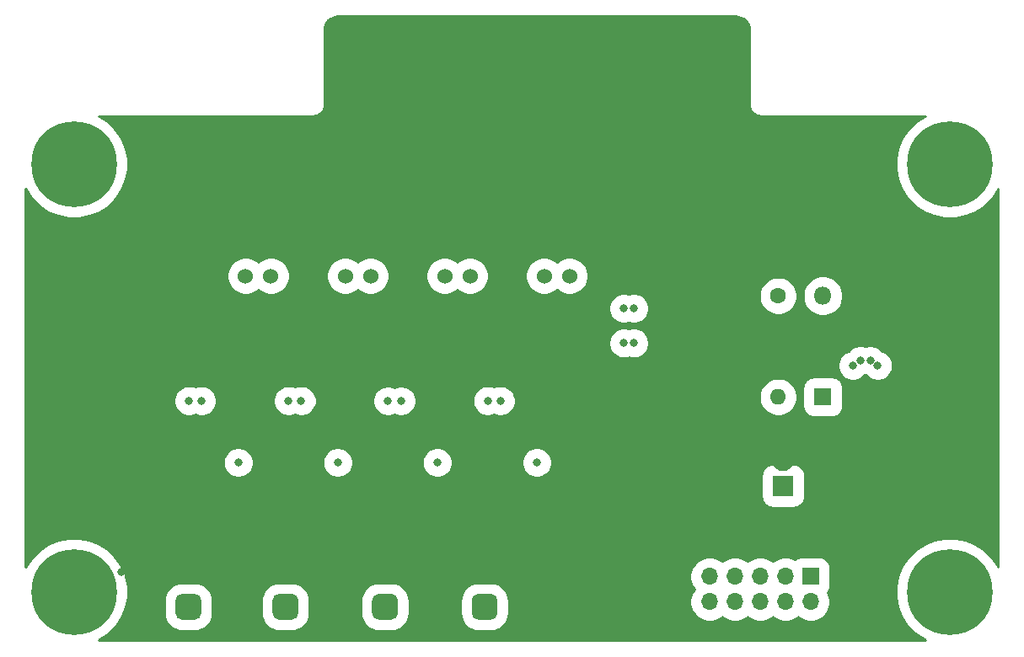
<source format=gbr>
G04 #@! TF.GenerationSoftware,KiCad,Pcbnew,5.1.6-c6e7f7d~87~ubuntu18.04.1*
G04 #@! TF.CreationDate,2021-01-06T16:55:31+00:00*
G04 #@! TF.ProjectId,multi-smtpa_linear,6d756c74-692d-4736-9d74-70615f6c696e,rev?*
G04 #@! TF.SameCoordinates,Original*
G04 #@! TF.FileFunction,Copper,L2,Inr*
G04 #@! TF.FilePolarity,Positive*
%FSLAX46Y46*%
G04 Gerber Fmt 4.6, Leading zero omitted, Abs format (unit mm)*
G04 Created by KiCad (PCBNEW 5.1.6-c6e7f7d~87~ubuntu18.04.1) date 2021-01-06 16:55:31*
%MOMM*%
%LPD*%
G01*
G04 APERTURE LIST*
G04 #@! TA.AperFunction,ViaPad*
%ADD10C,1.524000*%
G04 #@! TD*
G04 #@! TA.AperFunction,ViaPad*
%ADD11O,1.700000X1.700000*%
G04 #@! TD*
G04 #@! TA.AperFunction,ViaPad*
%ADD12R,1.700000X1.700000*%
G04 #@! TD*
G04 #@! TA.AperFunction,ViaPad*
%ADD13O,1.600000X1.600000*%
G04 #@! TD*
G04 #@! TA.AperFunction,ViaPad*
%ADD14C,1.600000*%
G04 #@! TD*
G04 #@! TA.AperFunction,ViaPad*
%ADD15C,2.600000*%
G04 #@! TD*
G04 #@! TA.AperFunction,ViaPad*
%ADD16C,0.900000*%
G04 #@! TD*
G04 #@! TA.AperFunction,ViaPad*
%ADD17C,8.600000*%
G04 #@! TD*
G04 #@! TA.AperFunction,ViaPad*
%ADD18C,2.100000*%
G04 #@! TD*
G04 #@! TA.AperFunction,ViaPad*
%ADD19R,2.100000X2.100000*%
G04 #@! TD*
G04 #@! TA.AperFunction,ViaPad*
%ADD20O,1.800000X1.800000*%
G04 #@! TD*
G04 #@! TA.AperFunction,ViaPad*
%ADD21R,1.800000X1.800000*%
G04 #@! TD*
G04 #@! TA.AperFunction,ViaPad*
%ADD22C,0.800000*%
G04 #@! TD*
G04 #@! TA.AperFunction,Conductor*
%ADD23C,0.254000*%
G04 #@! TD*
G04 APERTURE END LIST*
D10*
X155790000Y-67250000D03*
X153250000Y-67250000D03*
X155790000Y-77250000D03*
X153250000Y-77250000D03*
X150710000Y-77250000D03*
X145790000Y-67250000D03*
X143250000Y-67250000D03*
X145790000Y-77250000D03*
X143250000Y-77250000D03*
X140710000Y-77250000D03*
X135790000Y-67250000D03*
X133250000Y-67250000D03*
X135790000Y-77250000D03*
X133250000Y-77250000D03*
X130710000Y-77250000D03*
X125790000Y-67250000D03*
X123250000Y-67250000D03*
X125790000Y-77250000D03*
X123250000Y-77250000D03*
X120710000Y-77250000D03*
D11*
X169840000Y-100000000D03*
X169840000Y-97460000D03*
X172380000Y-100000000D03*
X172380000Y-97460000D03*
X174920000Y-100000000D03*
X174920000Y-97460000D03*
X177460000Y-100000000D03*
X177460000Y-97460000D03*
X180000000Y-100000000D03*
D12*
X180000000Y-97460000D03*
D13*
X176750000Y-79410000D03*
D14*
X176750000Y-69250000D03*
G04 #@! TA.AperFunction,ViaPad*
G36*
G01*
X145950000Y-101150000D02*
X145950000Y-99850000D01*
G75*
G02*
X146600000Y-99200000I650000J0D01*
G01*
X147900000Y-99200000D01*
G75*
G02*
X148550000Y-99850000I0J-650000D01*
G01*
X148550000Y-101150000D01*
G75*
G02*
X147900000Y-101800000I-650000J0D01*
G01*
X146600000Y-101800000D01*
G75*
G02*
X145950000Y-101150000I0J650000D01*
G01*
G37*
G04 #@! TD.AperFunction*
D15*
X152330000Y-100500000D03*
G04 #@! TA.AperFunction,ViaPad*
G36*
G01*
X135950000Y-101150000D02*
X135950000Y-99850000D01*
G75*
G02*
X136600000Y-99200000I650000J0D01*
G01*
X137900000Y-99200000D01*
G75*
G02*
X138550000Y-99850000I0J-650000D01*
G01*
X138550000Y-101150000D01*
G75*
G02*
X137900000Y-101800000I-650000J0D01*
G01*
X136600000Y-101800000D01*
G75*
G02*
X135950000Y-101150000I0J650000D01*
G01*
G37*
G04 #@! TD.AperFunction*
X142330000Y-100500000D03*
G04 #@! TA.AperFunction,ViaPad*
G36*
G01*
X125950000Y-101150000D02*
X125950000Y-99850000D01*
G75*
G02*
X126600000Y-99200000I650000J0D01*
G01*
X127900000Y-99200000D01*
G75*
G02*
X128550000Y-99850000I0J-650000D01*
G01*
X128550000Y-101150000D01*
G75*
G02*
X127900000Y-101800000I-650000J0D01*
G01*
X126600000Y-101800000D01*
G75*
G02*
X125950000Y-101150000I0J650000D01*
G01*
G37*
G04 #@! TD.AperFunction*
X132330000Y-100500000D03*
G04 #@! TA.AperFunction,ViaPad*
G36*
G01*
X116200000Y-101150000D02*
X116200000Y-99850000D01*
G75*
G02*
X116850000Y-99200000I650000J0D01*
G01*
X118150000Y-99200000D01*
G75*
G02*
X118800000Y-99850000I0J-650000D01*
G01*
X118800000Y-101150000D01*
G75*
G02*
X118150000Y-101800000I-650000J0D01*
G01*
X116850000Y-101800000D01*
G75*
G02*
X116200000Y-101150000I0J650000D01*
G01*
G37*
G04 #@! TD.AperFunction*
X122580000Y-100500000D03*
D16*
X108280419Y-53719581D03*
X106000000Y-52775000D03*
X103719581Y-53719581D03*
X102775000Y-56000000D03*
X103719581Y-58280419D03*
X106000000Y-59225000D03*
X108280419Y-58280419D03*
X109225000Y-56000000D03*
D17*
X106000000Y-56000000D03*
D16*
X196280419Y-53719581D03*
X194000000Y-52775000D03*
X191719581Y-53719581D03*
X190775000Y-56000000D03*
X191719581Y-58280419D03*
X194000000Y-59225000D03*
X196280419Y-58280419D03*
X197225000Y-56000000D03*
D17*
X194000000Y-56000000D03*
D16*
X108280419Y-96719581D03*
X106000000Y-95775000D03*
X103719581Y-96719581D03*
X102775000Y-99000000D03*
X103719581Y-101280419D03*
X106000000Y-102225000D03*
X108280419Y-101280419D03*
X109225000Y-99000000D03*
D17*
X106000000Y-99000000D03*
D16*
X196280419Y-96719581D03*
X194000000Y-95775000D03*
X191719581Y-96719581D03*
X190775000Y-99000000D03*
X191719581Y-101280419D03*
X194000000Y-102225000D03*
X196280419Y-101280419D03*
X197225000Y-99000000D03*
D17*
X194000000Y-99000000D03*
D18*
X177250000Y-85810000D03*
D19*
X177250000Y-88350000D03*
D20*
X181250000Y-69250000D03*
D21*
X181250000Y-79410000D03*
D22*
X159000000Y-74500000D03*
X159000000Y-76500000D03*
X159000000Y-78500000D03*
X159000000Y-72500000D03*
X155000000Y-85750000D03*
X155000000Y-83750000D03*
X155000000Y-97750000D03*
X155000000Y-93750000D03*
X155000000Y-99750000D03*
X154800000Y-101500000D03*
X155000000Y-95750000D03*
X155000000Y-91750000D03*
X155000000Y-87750000D03*
X155000000Y-89750000D03*
X149750000Y-103500000D03*
X153700000Y-103000000D03*
X147750000Y-103500000D03*
X145750000Y-103500000D03*
X151750000Y-103500000D03*
X133750000Y-103500000D03*
X137750000Y-103500000D03*
X131750000Y-103500000D03*
X129750000Y-103500000D03*
X135750000Y-103500000D03*
X139750000Y-103500000D03*
X143750000Y-103500000D03*
X141750000Y-103500000D03*
X123500000Y-103500000D03*
X121500000Y-103500000D03*
X119500000Y-103500000D03*
X117500000Y-103500000D03*
X113500000Y-103500000D03*
X115500000Y-103500000D03*
X112000000Y-100000000D03*
X114000000Y-53000000D03*
X132200000Y-87900000D03*
X142200000Y-87900000D03*
X152200000Y-87900000D03*
X127750000Y-62750000D03*
X137750000Y-62750000D03*
X147750000Y-62750000D03*
X157750000Y-62750000D03*
X119500000Y-66250000D03*
X118500000Y-71750000D03*
X149500000Y-66250000D03*
X148750000Y-71750000D03*
X139500000Y-66250000D03*
X138750000Y-71750000D03*
X128500000Y-71750000D03*
X129500000Y-66250000D03*
X183250000Y-65000000D03*
X155500000Y-41750000D03*
X153500000Y-41750000D03*
X151500000Y-41750000D03*
X149500000Y-41750000D03*
X145500000Y-41750000D03*
X147500000Y-41750000D03*
X124000000Y-71000000D03*
X123000000Y-71000000D03*
X133000000Y-71000000D03*
X134000000Y-71000000D03*
X143200000Y-71000000D03*
X144200000Y-71000000D03*
X153000000Y-71000000D03*
X154000000Y-71000000D03*
X122200000Y-87900000D03*
X124600000Y-73600000D03*
X134600000Y-73600000D03*
X144800000Y-73600000D03*
X154600000Y-73600000D03*
X112000000Y-98000000D03*
X112000000Y-96000000D03*
X112000000Y-94000000D03*
X112000000Y-92000000D03*
X112000000Y-90000000D03*
X112000000Y-88000000D03*
X112000000Y-86000000D03*
X112000000Y-84000000D03*
X112000000Y-82000000D03*
X112000000Y-80000000D03*
X112000000Y-78000000D03*
X112250000Y-76250000D03*
X114000000Y-76000000D03*
X114000000Y-74000000D03*
X114000000Y-72000000D03*
X114000000Y-70000000D03*
X114000000Y-68000000D03*
X114000000Y-66000000D03*
X115500000Y-64500000D03*
X117500000Y-64000000D03*
X125250000Y-53200000D03*
X124250000Y-51500000D03*
X120000000Y-52750000D03*
X117000000Y-52750000D03*
X113000000Y-55000000D03*
X113000000Y-57500000D03*
X112250000Y-60000000D03*
X111000000Y-62000000D03*
X109500000Y-64500000D03*
X108000000Y-66500000D03*
X154500000Y-76000000D03*
X157000000Y-78500000D03*
X154500000Y-78500000D03*
X157000000Y-76000000D03*
X152000000Y-76000000D03*
X152000000Y-78500000D03*
X142000000Y-78500000D03*
X144500000Y-78500000D03*
X144500000Y-76000000D03*
X142000000Y-76000000D03*
X132000000Y-78500000D03*
X134500000Y-78500000D03*
X134500000Y-76000000D03*
X132000000Y-76000000D03*
X122000000Y-78500000D03*
X124500000Y-78500000D03*
X124500000Y-76000000D03*
X122000000Y-76000000D03*
X108000000Y-69000000D03*
X110750000Y-97000000D03*
X109750000Y-94500000D03*
X108750000Y-92250000D03*
X108000000Y-89750000D03*
X108000000Y-87000000D03*
X108000000Y-84250000D03*
X108000000Y-81500000D03*
X108000000Y-78500000D03*
X108000000Y-75000000D03*
X108000000Y-72000000D03*
X125500000Y-103500000D03*
X127500000Y-103500000D03*
X112500000Y-101750000D03*
X156750000Y-82500000D03*
X158500000Y-81750000D03*
X159000000Y-80250000D03*
X159250000Y-45750000D03*
X167750000Y-45750000D03*
X157500000Y-41750000D03*
X143750000Y-45750000D03*
X135250000Y-45750000D03*
X119750000Y-63250000D03*
X121500000Y-61500000D03*
X125300000Y-56000000D03*
X124250000Y-58000000D03*
X123000000Y-59750000D03*
X121750000Y-51500000D03*
X159000000Y-70500000D03*
X159000000Y-68500000D03*
X161000000Y-68500000D03*
X163000000Y-68500000D03*
X164500000Y-67500000D03*
X166000000Y-66000000D03*
X167500000Y-64500000D03*
X169000000Y-63000000D03*
X170500000Y-61500000D03*
X172000000Y-60000000D03*
X173500000Y-58500000D03*
X175000000Y-57000000D03*
X176000000Y-55500000D03*
X176000000Y-53500000D03*
X175000000Y-51500000D03*
X165000000Y-69500000D03*
X165000000Y-71500000D03*
X161000000Y-76500000D03*
X163000000Y-76500000D03*
X164500000Y-76000000D03*
X122500000Y-81500000D03*
X132500000Y-81500000D03*
X142500000Y-81500000D03*
X152500000Y-81500000D03*
X127000000Y-51500000D03*
X129000000Y-51500000D03*
X131500000Y-50000000D03*
X131500000Y-48000000D03*
X131500000Y-46000000D03*
X131500000Y-44000000D03*
X133000000Y-42000000D03*
X173500000Y-50500000D03*
X173500000Y-48000000D03*
X173500000Y-46000000D03*
X173500000Y-44000000D03*
X172500000Y-42500000D03*
X170500000Y-42000000D03*
X185000000Y-75750000D03*
X186000000Y-75750000D03*
X184250000Y-76250000D03*
X186750000Y-76250000D03*
X122500000Y-86000000D03*
X132500000Y-86000000D03*
X142500000Y-86000000D03*
X152500000Y-86000000D03*
X127571500Y-79794100D03*
X128841500Y-79794100D03*
X147561300Y-79794100D03*
X148831300Y-79794100D03*
X118821200Y-79794100D03*
X117563900Y-79794100D03*
X137553700Y-79806800D03*
X138849100Y-79806800D03*
X161250000Y-74000000D03*
X161250000Y-70500000D03*
X162250000Y-70500000D03*
X162250000Y-74000000D03*
D23*
G36*
X172760754Y-41183091D02*
G01*
X173011578Y-41258820D01*
X173242915Y-41381824D01*
X173445956Y-41547420D01*
X173612964Y-41749298D01*
X173737578Y-41979768D01*
X173815056Y-42230059D01*
X173848000Y-42543499D01*
X173848001Y-49943395D01*
X173842426Y-50000000D01*
X173864668Y-50225831D01*
X173930541Y-50442984D01*
X174037512Y-50643114D01*
X174181472Y-50818528D01*
X174356886Y-50962488D01*
X174557016Y-51069459D01*
X174774169Y-51135332D01*
X174943405Y-51152000D01*
X175000000Y-51157574D01*
X175056595Y-51152000D01*
X191522673Y-51152000D01*
X191429352Y-51190655D01*
X190540489Y-51784574D01*
X189784574Y-52540489D01*
X189190655Y-53429352D01*
X188781557Y-54417002D01*
X188573000Y-55465487D01*
X188573000Y-56534513D01*
X188781557Y-57582998D01*
X189190655Y-58570648D01*
X189784574Y-59459511D01*
X190540489Y-60215426D01*
X191429352Y-60809345D01*
X192417002Y-61218443D01*
X193465487Y-61427000D01*
X194534513Y-61427000D01*
X195582998Y-61218443D01*
X196570648Y-60809345D01*
X197459511Y-60215426D01*
X198215426Y-59459511D01*
X198809345Y-58570648D01*
X198848001Y-58477324D01*
X198848000Y-96522673D01*
X198809345Y-96429352D01*
X198215426Y-95540489D01*
X197459511Y-94784574D01*
X196570648Y-94190655D01*
X195582998Y-93781557D01*
X194534513Y-93573000D01*
X193465487Y-93573000D01*
X192417002Y-93781557D01*
X191429352Y-94190655D01*
X190540489Y-94784574D01*
X189784574Y-95540489D01*
X189190655Y-96429352D01*
X188781557Y-97417002D01*
X188573000Y-98465487D01*
X188573000Y-99534513D01*
X188781557Y-100582998D01*
X189190655Y-101570648D01*
X189784574Y-102459511D01*
X190540489Y-103215426D01*
X191429352Y-103809345D01*
X191522673Y-103848000D01*
X108477327Y-103848000D01*
X108570648Y-103809345D01*
X109459511Y-103215426D01*
X110215426Y-102459511D01*
X110809345Y-101570648D01*
X111218443Y-100582998D01*
X111364245Y-99850000D01*
X115067547Y-99850000D01*
X115067547Y-101150000D01*
X115101796Y-101497739D01*
X115203228Y-101832115D01*
X115367944Y-102140278D01*
X115589615Y-102410385D01*
X115859722Y-102632056D01*
X116167885Y-102796772D01*
X116502261Y-102898204D01*
X116850000Y-102932453D01*
X118150000Y-102932453D01*
X118497739Y-102898204D01*
X118832115Y-102796772D01*
X119140278Y-102632056D01*
X119410385Y-102410385D01*
X119632056Y-102140278D01*
X119796772Y-101832115D01*
X119898204Y-101497739D01*
X119932453Y-101150000D01*
X119932453Y-99850000D01*
X124817547Y-99850000D01*
X124817547Y-101150000D01*
X124851796Y-101497739D01*
X124953228Y-101832115D01*
X125117944Y-102140278D01*
X125339615Y-102410385D01*
X125609722Y-102632056D01*
X125917885Y-102796772D01*
X126252261Y-102898204D01*
X126600000Y-102932453D01*
X127900000Y-102932453D01*
X128247739Y-102898204D01*
X128582115Y-102796772D01*
X128890278Y-102632056D01*
X129160385Y-102410385D01*
X129382056Y-102140278D01*
X129546772Y-101832115D01*
X129648204Y-101497739D01*
X129682453Y-101150000D01*
X129682453Y-99850000D01*
X134817547Y-99850000D01*
X134817547Y-101150000D01*
X134851796Y-101497739D01*
X134953228Y-101832115D01*
X135117944Y-102140278D01*
X135339615Y-102410385D01*
X135609722Y-102632056D01*
X135917885Y-102796772D01*
X136252261Y-102898204D01*
X136600000Y-102932453D01*
X137900000Y-102932453D01*
X138247739Y-102898204D01*
X138582115Y-102796772D01*
X138890278Y-102632056D01*
X139160385Y-102410385D01*
X139382056Y-102140278D01*
X139546772Y-101832115D01*
X139648204Y-101497739D01*
X139682453Y-101150000D01*
X139682453Y-99850000D01*
X144817547Y-99850000D01*
X144817547Y-101150000D01*
X144851796Y-101497739D01*
X144953228Y-101832115D01*
X145117944Y-102140278D01*
X145339615Y-102410385D01*
X145609722Y-102632056D01*
X145917885Y-102796772D01*
X146252261Y-102898204D01*
X146600000Y-102932453D01*
X147900000Y-102932453D01*
X148247739Y-102898204D01*
X148582115Y-102796772D01*
X148890278Y-102632056D01*
X149160385Y-102410385D01*
X149382056Y-102140278D01*
X149546772Y-101832115D01*
X149648204Y-101497739D01*
X149682453Y-101150000D01*
X149682453Y-99850000D01*
X149648204Y-99502261D01*
X149546772Y-99167885D01*
X149382056Y-98859722D01*
X149160385Y-98589615D01*
X148890278Y-98367944D01*
X148582115Y-98203228D01*
X148247739Y-98101796D01*
X147900000Y-98067547D01*
X146600000Y-98067547D01*
X146252261Y-98101796D01*
X145917885Y-98203228D01*
X145609722Y-98367944D01*
X145339615Y-98589615D01*
X145117944Y-98859722D01*
X144953228Y-99167885D01*
X144851796Y-99502261D01*
X144817547Y-99850000D01*
X139682453Y-99850000D01*
X139648204Y-99502261D01*
X139546772Y-99167885D01*
X139382056Y-98859722D01*
X139160385Y-98589615D01*
X138890278Y-98367944D01*
X138582115Y-98203228D01*
X138247739Y-98101796D01*
X137900000Y-98067547D01*
X136600000Y-98067547D01*
X136252261Y-98101796D01*
X135917885Y-98203228D01*
X135609722Y-98367944D01*
X135339615Y-98589615D01*
X135117944Y-98859722D01*
X134953228Y-99167885D01*
X134851796Y-99502261D01*
X134817547Y-99850000D01*
X129682453Y-99850000D01*
X129648204Y-99502261D01*
X129546772Y-99167885D01*
X129382056Y-98859722D01*
X129160385Y-98589615D01*
X128890278Y-98367944D01*
X128582115Y-98203228D01*
X128247739Y-98101796D01*
X127900000Y-98067547D01*
X126600000Y-98067547D01*
X126252261Y-98101796D01*
X125917885Y-98203228D01*
X125609722Y-98367944D01*
X125339615Y-98589615D01*
X125117944Y-98859722D01*
X124953228Y-99167885D01*
X124851796Y-99502261D01*
X124817547Y-99850000D01*
X119932453Y-99850000D01*
X119898204Y-99502261D01*
X119796772Y-99167885D01*
X119632056Y-98859722D01*
X119410385Y-98589615D01*
X119140278Y-98367944D01*
X118832115Y-98203228D01*
X118497739Y-98101796D01*
X118150000Y-98067547D01*
X116850000Y-98067547D01*
X116502261Y-98101796D01*
X116167885Y-98203228D01*
X115859722Y-98367944D01*
X115589615Y-98589615D01*
X115367944Y-98859722D01*
X115203228Y-99167885D01*
X115101796Y-99502261D01*
X115067547Y-99850000D01*
X111364245Y-99850000D01*
X111427000Y-99534513D01*
X111427000Y-98465487D01*
X111218443Y-97417002D01*
X111155599Y-97265282D01*
X167863000Y-97265282D01*
X167863000Y-97654718D01*
X167938975Y-98036670D01*
X168088005Y-98396461D01*
X168304364Y-98720264D01*
X168314100Y-98730000D01*
X168304364Y-98739736D01*
X168088005Y-99063539D01*
X167938975Y-99423330D01*
X167863000Y-99805282D01*
X167863000Y-100194718D01*
X167938975Y-100576670D01*
X168088005Y-100936461D01*
X168304364Y-101260264D01*
X168579736Y-101535636D01*
X168903539Y-101751995D01*
X169263330Y-101901025D01*
X169645282Y-101977000D01*
X170034718Y-101977000D01*
X170416670Y-101901025D01*
X170776461Y-101751995D01*
X171100264Y-101535636D01*
X171110000Y-101525900D01*
X171119736Y-101535636D01*
X171443539Y-101751995D01*
X171803330Y-101901025D01*
X172185282Y-101977000D01*
X172574718Y-101977000D01*
X172956670Y-101901025D01*
X173316461Y-101751995D01*
X173640264Y-101535636D01*
X173650000Y-101525900D01*
X173659736Y-101535636D01*
X173983539Y-101751995D01*
X174343330Y-101901025D01*
X174725282Y-101977000D01*
X175114718Y-101977000D01*
X175496670Y-101901025D01*
X175856461Y-101751995D01*
X176180264Y-101535636D01*
X176190000Y-101525900D01*
X176199736Y-101535636D01*
X176523539Y-101751995D01*
X176883330Y-101901025D01*
X177265282Y-101977000D01*
X177654718Y-101977000D01*
X178036670Y-101901025D01*
X178396461Y-101751995D01*
X178720264Y-101535636D01*
X178730000Y-101525900D01*
X178739736Y-101535636D01*
X179063539Y-101751995D01*
X179423330Y-101901025D01*
X179805282Y-101977000D01*
X180194718Y-101977000D01*
X180576670Y-101901025D01*
X180936461Y-101751995D01*
X181260264Y-101535636D01*
X181535636Y-101260264D01*
X181751995Y-100936461D01*
X181901025Y-100576670D01*
X181977000Y-100194718D01*
X181977000Y-99805282D01*
X181901025Y-99423330D01*
X181751995Y-99063539D01*
X181723958Y-99021579D01*
X181791600Y-98939157D01*
X181896250Y-98743371D01*
X181960693Y-98530931D01*
X181982453Y-98310000D01*
X181982453Y-96610000D01*
X181960693Y-96389069D01*
X181896250Y-96176629D01*
X181791600Y-95980843D01*
X181650765Y-95809235D01*
X181479157Y-95668400D01*
X181283371Y-95563750D01*
X181070931Y-95499307D01*
X180850000Y-95477547D01*
X179150000Y-95477547D01*
X178929069Y-95499307D01*
X178716629Y-95563750D01*
X178520843Y-95668400D01*
X178438421Y-95736042D01*
X178396461Y-95708005D01*
X178036670Y-95558975D01*
X177654718Y-95483000D01*
X177265282Y-95483000D01*
X176883330Y-95558975D01*
X176523539Y-95708005D01*
X176199736Y-95924364D01*
X176190000Y-95934100D01*
X176180264Y-95924364D01*
X175856461Y-95708005D01*
X175496670Y-95558975D01*
X175114718Y-95483000D01*
X174725282Y-95483000D01*
X174343330Y-95558975D01*
X173983539Y-95708005D01*
X173659736Y-95924364D01*
X173650000Y-95934100D01*
X173640264Y-95924364D01*
X173316461Y-95708005D01*
X172956670Y-95558975D01*
X172574718Y-95483000D01*
X172185282Y-95483000D01*
X171803330Y-95558975D01*
X171443539Y-95708005D01*
X171119736Y-95924364D01*
X171110000Y-95934100D01*
X171100264Y-95924364D01*
X170776461Y-95708005D01*
X170416670Y-95558975D01*
X170034718Y-95483000D01*
X169645282Y-95483000D01*
X169263330Y-95558975D01*
X168903539Y-95708005D01*
X168579736Y-95924364D01*
X168304364Y-96199736D01*
X168088005Y-96523539D01*
X167938975Y-96883330D01*
X167863000Y-97265282D01*
X111155599Y-97265282D01*
X110809345Y-96429352D01*
X110215426Y-95540489D01*
X109459511Y-94784574D01*
X108570648Y-94190655D01*
X107582998Y-93781557D01*
X106534513Y-93573000D01*
X105465487Y-93573000D01*
X104417002Y-93781557D01*
X103429352Y-94190655D01*
X102540489Y-94784574D01*
X101784574Y-95540489D01*
X101190655Y-96429352D01*
X101152000Y-96522673D01*
X101152000Y-85849604D01*
X120973000Y-85849604D01*
X120973000Y-86150396D01*
X121031681Y-86445410D01*
X121146790Y-86723306D01*
X121313901Y-86973406D01*
X121526594Y-87186099D01*
X121776694Y-87353210D01*
X122054590Y-87468319D01*
X122349604Y-87527000D01*
X122650396Y-87527000D01*
X122945410Y-87468319D01*
X123223306Y-87353210D01*
X123473406Y-87186099D01*
X123686099Y-86973406D01*
X123853210Y-86723306D01*
X123968319Y-86445410D01*
X124027000Y-86150396D01*
X124027000Y-85849604D01*
X130973000Y-85849604D01*
X130973000Y-86150396D01*
X131031681Y-86445410D01*
X131146790Y-86723306D01*
X131313901Y-86973406D01*
X131526594Y-87186099D01*
X131776694Y-87353210D01*
X132054590Y-87468319D01*
X132349604Y-87527000D01*
X132650396Y-87527000D01*
X132945410Y-87468319D01*
X133223306Y-87353210D01*
X133473406Y-87186099D01*
X133686099Y-86973406D01*
X133853210Y-86723306D01*
X133968319Y-86445410D01*
X134027000Y-86150396D01*
X134027000Y-85849604D01*
X140973000Y-85849604D01*
X140973000Y-86150396D01*
X141031681Y-86445410D01*
X141146790Y-86723306D01*
X141313901Y-86973406D01*
X141526594Y-87186099D01*
X141776694Y-87353210D01*
X142054590Y-87468319D01*
X142349604Y-87527000D01*
X142650396Y-87527000D01*
X142945410Y-87468319D01*
X143223306Y-87353210D01*
X143473406Y-87186099D01*
X143686099Y-86973406D01*
X143853210Y-86723306D01*
X143968319Y-86445410D01*
X144027000Y-86150396D01*
X144027000Y-85849604D01*
X150973000Y-85849604D01*
X150973000Y-86150396D01*
X151031681Y-86445410D01*
X151146790Y-86723306D01*
X151313901Y-86973406D01*
X151526594Y-87186099D01*
X151776694Y-87353210D01*
X152054590Y-87468319D01*
X152349604Y-87527000D01*
X152650396Y-87527000D01*
X152945410Y-87468319D01*
X153223306Y-87353210D01*
X153302940Y-87300000D01*
X175067547Y-87300000D01*
X175067547Y-89400000D01*
X175089307Y-89620931D01*
X175153750Y-89833371D01*
X175258400Y-90029157D01*
X175399235Y-90200765D01*
X175570843Y-90341600D01*
X175766629Y-90446250D01*
X175979069Y-90510693D01*
X176200000Y-90532453D01*
X178300000Y-90532453D01*
X178520931Y-90510693D01*
X178733371Y-90446250D01*
X178929157Y-90341600D01*
X179100765Y-90200765D01*
X179241600Y-90029157D01*
X179346250Y-89833371D01*
X179410693Y-89620931D01*
X179432453Y-89400000D01*
X179432453Y-87300000D01*
X179410693Y-87079069D01*
X179346250Y-86866629D01*
X179241600Y-86670843D01*
X179100765Y-86499235D01*
X178929157Y-86358400D01*
X178733371Y-86253750D01*
X178520931Y-86189307D01*
X178300000Y-86167547D01*
X176200000Y-86167547D01*
X175979069Y-86189307D01*
X175766629Y-86253750D01*
X175570843Y-86358400D01*
X175399235Y-86499235D01*
X175258400Y-86670843D01*
X175153750Y-86866629D01*
X175089307Y-87079069D01*
X175067547Y-87300000D01*
X153302940Y-87300000D01*
X153473406Y-87186099D01*
X153686099Y-86973406D01*
X153853210Y-86723306D01*
X153968319Y-86445410D01*
X154027000Y-86150396D01*
X154027000Y-85849604D01*
X153968319Y-85554590D01*
X153853210Y-85276694D01*
X153686099Y-85026594D01*
X153473406Y-84813901D01*
X153223306Y-84646790D01*
X152945410Y-84531681D01*
X152650396Y-84473000D01*
X152349604Y-84473000D01*
X152054590Y-84531681D01*
X151776694Y-84646790D01*
X151526594Y-84813901D01*
X151313901Y-85026594D01*
X151146790Y-85276694D01*
X151031681Y-85554590D01*
X150973000Y-85849604D01*
X144027000Y-85849604D01*
X143968319Y-85554590D01*
X143853210Y-85276694D01*
X143686099Y-85026594D01*
X143473406Y-84813901D01*
X143223306Y-84646790D01*
X142945410Y-84531681D01*
X142650396Y-84473000D01*
X142349604Y-84473000D01*
X142054590Y-84531681D01*
X141776694Y-84646790D01*
X141526594Y-84813901D01*
X141313901Y-85026594D01*
X141146790Y-85276694D01*
X141031681Y-85554590D01*
X140973000Y-85849604D01*
X134027000Y-85849604D01*
X133968319Y-85554590D01*
X133853210Y-85276694D01*
X133686099Y-85026594D01*
X133473406Y-84813901D01*
X133223306Y-84646790D01*
X132945410Y-84531681D01*
X132650396Y-84473000D01*
X132349604Y-84473000D01*
X132054590Y-84531681D01*
X131776694Y-84646790D01*
X131526594Y-84813901D01*
X131313901Y-85026594D01*
X131146790Y-85276694D01*
X131031681Y-85554590D01*
X130973000Y-85849604D01*
X124027000Y-85849604D01*
X123968319Y-85554590D01*
X123853210Y-85276694D01*
X123686099Y-85026594D01*
X123473406Y-84813901D01*
X123223306Y-84646790D01*
X122945410Y-84531681D01*
X122650396Y-84473000D01*
X122349604Y-84473000D01*
X122054590Y-84531681D01*
X121776694Y-84646790D01*
X121526594Y-84813901D01*
X121313901Y-85026594D01*
X121146790Y-85276694D01*
X121031681Y-85554590D01*
X120973000Y-85849604D01*
X101152000Y-85849604D01*
X101152000Y-79643704D01*
X116036900Y-79643704D01*
X116036900Y-79944496D01*
X116095581Y-80239510D01*
X116210690Y-80517406D01*
X116377801Y-80767506D01*
X116590494Y-80980199D01*
X116840594Y-81147310D01*
X117118490Y-81262419D01*
X117413504Y-81321100D01*
X117714296Y-81321100D01*
X118009310Y-81262419D01*
X118192550Y-81186518D01*
X118375790Y-81262419D01*
X118670804Y-81321100D01*
X118971596Y-81321100D01*
X119266610Y-81262419D01*
X119544506Y-81147310D01*
X119794606Y-80980199D01*
X120007299Y-80767506D01*
X120174410Y-80517406D01*
X120289519Y-80239510D01*
X120348200Y-79944496D01*
X120348200Y-79643704D01*
X126044500Y-79643704D01*
X126044500Y-79944496D01*
X126103181Y-80239510D01*
X126218290Y-80517406D01*
X126385401Y-80767506D01*
X126598094Y-80980199D01*
X126848194Y-81147310D01*
X127126090Y-81262419D01*
X127421104Y-81321100D01*
X127721896Y-81321100D01*
X128016910Y-81262419D01*
X128206500Y-81183888D01*
X128396090Y-81262419D01*
X128691104Y-81321100D01*
X128991896Y-81321100D01*
X129286910Y-81262419D01*
X129564806Y-81147310D01*
X129814906Y-80980199D01*
X130027599Y-80767506D01*
X130194710Y-80517406D01*
X130309819Y-80239510D01*
X130368500Y-79944496D01*
X130368500Y-79656404D01*
X136026700Y-79656404D01*
X136026700Y-79957196D01*
X136085381Y-80252210D01*
X136200490Y-80530106D01*
X136367601Y-80780206D01*
X136580294Y-80992899D01*
X136830394Y-81160010D01*
X137108290Y-81275119D01*
X137403304Y-81333800D01*
X137704096Y-81333800D01*
X137999110Y-81275119D01*
X138201400Y-81191327D01*
X138403690Y-81275119D01*
X138698704Y-81333800D01*
X138999496Y-81333800D01*
X139294510Y-81275119D01*
X139572406Y-81160010D01*
X139822506Y-80992899D01*
X140035199Y-80780206D01*
X140202310Y-80530106D01*
X140317419Y-80252210D01*
X140376100Y-79957196D01*
X140376100Y-79656404D01*
X140373574Y-79643704D01*
X146034300Y-79643704D01*
X146034300Y-79944496D01*
X146092981Y-80239510D01*
X146208090Y-80517406D01*
X146375201Y-80767506D01*
X146587894Y-80980199D01*
X146837994Y-81147310D01*
X147115890Y-81262419D01*
X147410904Y-81321100D01*
X147711696Y-81321100D01*
X148006710Y-81262419D01*
X148196300Y-81183888D01*
X148385890Y-81262419D01*
X148680904Y-81321100D01*
X148981696Y-81321100D01*
X149276710Y-81262419D01*
X149554606Y-81147310D01*
X149804706Y-80980199D01*
X150017399Y-80767506D01*
X150184510Y-80517406D01*
X150299619Y-80239510D01*
X150358300Y-79944496D01*
X150358300Y-79643704D01*
X150299619Y-79348690D01*
X150246400Y-79220207D01*
X174823000Y-79220207D01*
X174823000Y-79599793D01*
X174897053Y-79972085D01*
X175042315Y-80322777D01*
X175253201Y-80638391D01*
X175521609Y-80906799D01*
X175837223Y-81117685D01*
X176187915Y-81262947D01*
X176560207Y-81337000D01*
X176939793Y-81337000D01*
X177312085Y-81262947D01*
X177662777Y-81117685D01*
X177978391Y-80906799D01*
X178246799Y-80638391D01*
X178457685Y-80322777D01*
X178602947Y-79972085D01*
X178677000Y-79599793D01*
X178677000Y-79220207D01*
X178602947Y-78847915D01*
X178462978Y-78510000D01*
X179217547Y-78510000D01*
X179217547Y-80310000D01*
X179239307Y-80530931D01*
X179303750Y-80743371D01*
X179408400Y-80939157D01*
X179549235Y-81110765D01*
X179720843Y-81251600D01*
X179916629Y-81356250D01*
X180129069Y-81420693D01*
X180350000Y-81442453D01*
X182150000Y-81442453D01*
X182370931Y-81420693D01*
X182583371Y-81356250D01*
X182779157Y-81251600D01*
X182950765Y-81110765D01*
X183091600Y-80939157D01*
X183196250Y-80743371D01*
X183260693Y-80530931D01*
X183282453Y-80310000D01*
X183282453Y-78510000D01*
X183260693Y-78289069D01*
X183196250Y-78076629D01*
X183091600Y-77880843D01*
X182950765Y-77709235D01*
X182779157Y-77568400D01*
X182583371Y-77463750D01*
X182370931Y-77399307D01*
X182150000Y-77377547D01*
X180350000Y-77377547D01*
X180129069Y-77399307D01*
X179916629Y-77463750D01*
X179720843Y-77568400D01*
X179549235Y-77709235D01*
X179408400Y-77880843D01*
X179303750Y-78076629D01*
X179239307Y-78289069D01*
X179217547Y-78510000D01*
X178462978Y-78510000D01*
X178457685Y-78497223D01*
X178246799Y-78181609D01*
X177978391Y-77913201D01*
X177662777Y-77702315D01*
X177312085Y-77557053D01*
X176939793Y-77483000D01*
X176560207Y-77483000D01*
X176187915Y-77557053D01*
X175837223Y-77702315D01*
X175521609Y-77913201D01*
X175253201Y-78181609D01*
X175042315Y-78497223D01*
X174897053Y-78847915D01*
X174823000Y-79220207D01*
X150246400Y-79220207D01*
X150184510Y-79070794D01*
X150017399Y-78820694D01*
X149804706Y-78608001D01*
X149554606Y-78440890D01*
X149276710Y-78325781D01*
X148981696Y-78267100D01*
X148680904Y-78267100D01*
X148385890Y-78325781D01*
X148196300Y-78404312D01*
X148006710Y-78325781D01*
X147711696Y-78267100D01*
X147410904Y-78267100D01*
X147115890Y-78325781D01*
X146837994Y-78440890D01*
X146587894Y-78608001D01*
X146375201Y-78820694D01*
X146208090Y-79070794D01*
X146092981Y-79348690D01*
X146034300Y-79643704D01*
X140373574Y-79643704D01*
X140317419Y-79361390D01*
X140202310Y-79083494D01*
X140035199Y-78833394D01*
X139822506Y-78620701D01*
X139572406Y-78453590D01*
X139294510Y-78338481D01*
X138999496Y-78279800D01*
X138698704Y-78279800D01*
X138403690Y-78338481D01*
X138201400Y-78422273D01*
X137999110Y-78338481D01*
X137704096Y-78279800D01*
X137403304Y-78279800D01*
X137108290Y-78338481D01*
X136830394Y-78453590D01*
X136580294Y-78620701D01*
X136367601Y-78833394D01*
X136200490Y-79083494D01*
X136085381Y-79361390D01*
X136026700Y-79656404D01*
X130368500Y-79656404D01*
X130368500Y-79643704D01*
X130309819Y-79348690D01*
X130194710Y-79070794D01*
X130027599Y-78820694D01*
X129814906Y-78608001D01*
X129564806Y-78440890D01*
X129286910Y-78325781D01*
X128991896Y-78267100D01*
X128691104Y-78267100D01*
X128396090Y-78325781D01*
X128206500Y-78404312D01*
X128016910Y-78325781D01*
X127721896Y-78267100D01*
X127421104Y-78267100D01*
X127126090Y-78325781D01*
X126848194Y-78440890D01*
X126598094Y-78608001D01*
X126385401Y-78820694D01*
X126218290Y-79070794D01*
X126103181Y-79348690D01*
X126044500Y-79643704D01*
X120348200Y-79643704D01*
X120289519Y-79348690D01*
X120174410Y-79070794D01*
X120007299Y-78820694D01*
X119794606Y-78608001D01*
X119544506Y-78440890D01*
X119266610Y-78325781D01*
X118971596Y-78267100D01*
X118670804Y-78267100D01*
X118375790Y-78325781D01*
X118192550Y-78401682D01*
X118009310Y-78325781D01*
X117714296Y-78267100D01*
X117413504Y-78267100D01*
X117118490Y-78325781D01*
X116840594Y-78440890D01*
X116590494Y-78608001D01*
X116377801Y-78820694D01*
X116210690Y-79070794D01*
X116095581Y-79348690D01*
X116036900Y-79643704D01*
X101152000Y-79643704D01*
X101152000Y-76099604D01*
X182723000Y-76099604D01*
X182723000Y-76400396D01*
X182781681Y-76695410D01*
X182896790Y-76973306D01*
X183063901Y-77223406D01*
X183276594Y-77436099D01*
X183526694Y-77603210D01*
X183804590Y-77718319D01*
X184099604Y-77777000D01*
X184400396Y-77777000D01*
X184695410Y-77718319D01*
X184973306Y-77603210D01*
X185223406Y-77436099D01*
X185436099Y-77223406D01*
X185438592Y-77219675D01*
X185445410Y-77218319D01*
X185500000Y-77195707D01*
X185554590Y-77218319D01*
X185561408Y-77219675D01*
X185563901Y-77223406D01*
X185776594Y-77436099D01*
X186026694Y-77603210D01*
X186304590Y-77718319D01*
X186599604Y-77777000D01*
X186900396Y-77777000D01*
X187195410Y-77718319D01*
X187473306Y-77603210D01*
X187723406Y-77436099D01*
X187936099Y-77223406D01*
X188103210Y-76973306D01*
X188218319Y-76695410D01*
X188277000Y-76400396D01*
X188277000Y-76099604D01*
X188218319Y-75804590D01*
X188103210Y-75526694D01*
X187936099Y-75276594D01*
X187723406Y-75063901D01*
X187473306Y-74896790D01*
X187195410Y-74781681D01*
X187188592Y-74780325D01*
X187186099Y-74776594D01*
X186973406Y-74563901D01*
X186723306Y-74396790D01*
X186445410Y-74281681D01*
X186150396Y-74223000D01*
X185849604Y-74223000D01*
X185554590Y-74281681D01*
X185500000Y-74304293D01*
X185445410Y-74281681D01*
X185150396Y-74223000D01*
X184849604Y-74223000D01*
X184554590Y-74281681D01*
X184276694Y-74396790D01*
X184026594Y-74563901D01*
X183813901Y-74776594D01*
X183811408Y-74780325D01*
X183804590Y-74781681D01*
X183526694Y-74896790D01*
X183276594Y-75063901D01*
X183063901Y-75276594D01*
X182896790Y-75526694D01*
X182781681Y-75804590D01*
X182723000Y-76099604D01*
X101152000Y-76099604D01*
X101152000Y-73849604D01*
X159723000Y-73849604D01*
X159723000Y-74150396D01*
X159781681Y-74445410D01*
X159896790Y-74723306D01*
X160063901Y-74973406D01*
X160276594Y-75186099D01*
X160526694Y-75353210D01*
X160804590Y-75468319D01*
X161099604Y-75527000D01*
X161400396Y-75527000D01*
X161695410Y-75468319D01*
X161750000Y-75445707D01*
X161804590Y-75468319D01*
X162099604Y-75527000D01*
X162400396Y-75527000D01*
X162695410Y-75468319D01*
X162973306Y-75353210D01*
X163223406Y-75186099D01*
X163436099Y-74973406D01*
X163603210Y-74723306D01*
X163718319Y-74445410D01*
X163777000Y-74150396D01*
X163777000Y-73849604D01*
X163718319Y-73554590D01*
X163603210Y-73276694D01*
X163436099Y-73026594D01*
X163223406Y-72813901D01*
X162973306Y-72646790D01*
X162695410Y-72531681D01*
X162400396Y-72473000D01*
X162099604Y-72473000D01*
X161804590Y-72531681D01*
X161750000Y-72554293D01*
X161695410Y-72531681D01*
X161400396Y-72473000D01*
X161099604Y-72473000D01*
X160804590Y-72531681D01*
X160526694Y-72646790D01*
X160276594Y-72813901D01*
X160063901Y-73026594D01*
X159896790Y-73276694D01*
X159781681Y-73554590D01*
X159723000Y-73849604D01*
X101152000Y-73849604D01*
X101152000Y-70349604D01*
X159723000Y-70349604D01*
X159723000Y-70650396D01*
X159781681Y-70945410D01*
X159896790Y-71223306D01*
X160063901Y-71473406D01*
X160276594Y-71686099D01*
X160526694Y-71853210D01*
X160804590Y-71968319D01*
X161099604Y-72027000D01*
X161400396Y-72027000D01*
X161695410Y-71968319D01*
X161750000Y-71945707D01*
X161804590Y-71968319D01*
X162099604Y-72027000D01*
X162400396Y-72027000D01*
X162695410Y-71968319D01*
X162973306Y-71853210D01*
X163223406Y-71686099D01*
X163436099Y-71473406D01*
X163603210Y-71223306D01*
X163718319Y-70945410D01*
X163777000Y-70650396D01*
X163777000Y-70349604D01*
X163718319Y-70054590D01*
X163603210Y-69776694D01*
X163436099Y-69526594D01*
X163223406Y-69313901D01*
X162973306Y-69146790D01*
X162764278Y-69060207D01*
X174823000Y-69060207D01*
X174823000Y-69439793D01*
X174897053Y-69812085D01*
X175042315Y-70162777D01*
X175253201Y-70478391D01*
X175521609Y-70746799D01*
X175837223Y-70957685D01*
X176187915Y-71102947D01*
X176560207Y-71177000D01*
X176939793Y-71177000D01*
X177312085Y-71102947D01*
X177662777Y-70957685D01*
X177978391Y-70746799D01*
X178246799Y-70478391D01*
X178457685Y-70162777D01*
X178602947Y-69812085D01*
X178677000Y-69439793D01*
X178677000Y-69060207D01*
X178675041Y-69050358D01*
X179223000Y-69050358D01*
X179223000Y-69449642D01*
X179300896Y-69841254D01*
X179453696Y-70210145D01*
X179675526Y-70542137D01*
X179957863Y-70824474D01*
X180289855Y-71046304D01*
X180658746Y-71199104D01*
X181050358Y-71277000D01*
X181449642Y-71277000D01*
X181841254Y-71199104D01*
X182210145Y-71046304D01*
X182542137Y-70824474D01*
X182824474Y-70542137D01*
X183046304Y-70210145D01*
X183199104Y-69841254D01*
X183277000Y-69449642D01*
X183277000Y-69050358D01*
X183199104Y-68658746D01*
X183046304Y-68289855D01*
X182824474Y-67957863D01*
X182542137Y-67675526D01*
X182210145Y-67453696D01*
X181841254Y-67300896D01*
X181449642Y-67223000D01*
X181050358Y-67223000D01*
X180658746Y-67300896D01*
X180289855Y-67453696D01*
X179957863Y-67675526D01*
X179675526Y-67957863D01*
X179453696Y-68289855D01*
X179300896Y-68658746D01*
X179223000Y-69050358D01*
X178675041Y-69050358D01*
X178602947Y-68687915D01*
X178457685Y-68337223D01*
X178246799Y-68021609D01*
X177978391Y-67753201D01*
X177662777Y-67542315D01*
X177312085Y-67397053D01*
X176939793Y-67323000D01*
X176560207Y-67323000D01*
X176187915Y-67397053D01*
X175837223Y-67542315D01*
X175521609Y-67753201D01*
X175253201Y-68021609D01*
X175042315Y-68337223D01*
X174897053Y-68687915D01*
X174823000Y-69060207D01*
X162764278Y-69060207D01*
X162695410Y-69031681D01*
X162400396Y-68973000D01*
X162099604Y-68973000D01*
X161804590Y-69031681D01*
X161750000Y-69054293D01*
X161695410Y-69031681D01*
X161400396Y-68973000D01*
X161099604Y-68973000D01*
X160804590Y-69031681D01*
X160526694Y-69146790D01*
X160276594Y-69313901D01*
X160063901Y-69526594D01*
X159896790Y-69776694D01*
X159781681Y-70054590D01*
X159723000Y-70349604D01*
X101152000Y-70349604D01*
X101152000Y-67063950D01*
X121361000Y-67063950D01*
X121361000Y-67436050D01*
X121433593Y-67801001D01*
X121575990Y-68144777D01*
X121782718Y-68454167D01*
X122045833Y-68717282D01*
X122355223Y-68924010D01*
X122698999Y-69066407D01*
X123063950Y-69139000D01*
X123436050Y-69139000D01*
X123801001Y-69066407D01*
X124144777Y-68924010D01*
X124454167Y-68717282D01*
X124520000Y-68651449D01*
X124585833Y-68717282D01*
X124895223Y-68924010D01*
X125238999Y-69066407D01*
X125603950Y-69139000D01*
X125976050Y-69139000D01*
X126341001Y-69066407D01*
X126684777Y-68924010D01*
X126994167Y-68717282D01*
X127257282Y-68454167D01*
X127464010Y-68144777D01*
X127606407Y-67801001D01*
X127679000Y-67436050D01*
X127679000Y-67063950D01*
X131361000Y-67063950D01*
X131361000Y-67436050D01*
X131433593Y-67801001D01*
X131575990Y-68144777D01*
X131782718Y-68454167D01*
X132045833Y-68717282D01*
X132355223Y-68924010D01*
X132698999Y-69066407D01*
X133063950Y-69139000D01*
X133436050Y-69139000D01*
X133801001Y-69066407D01*
X134144777Y-68924010D01*
X134454167Y-68717282D01*
X134520000Y-68651449D01*
X134585833Y-68717282D01*
X134895223Y-68924010D01*
X135238999Y-69066407D01*
X135603950Y-69139000D01*
X135976050Y-69139000D01*
X136341001Y-69066407D01*
X136684777Y-68924010D01*
X136994167Y-68717282D01*
X137257282Y-68454167D01*
X137464010Y-68144777D01*
X137606407Y-67801001D01*
X137679000Y-67436050D01*
X137679000Y-67063950D01*
X141361000Y-67063950D01*
X141361000Y-67436050D01*
X141433593Y-67801001D01*
X141575990Y-68144777D01*
X141782718Y-68454167D01*
X142045833Y-68717282D01*
X142355223Y-68924010D01*
X142698999Y-69066407D01*
X143063950Y-69139000D01*
X143436050Y-69139000D01*
X143801001Y-69066407D01*
X144144777Y-68924010D01*
X144454167Y-68717282D01*
X144520000Y-68651449D01*
X144585833Y-68717282D01*
X144895223Y-68924010D01*
X145238999Y-69066407D01*
X145603950Y-69139000D01*
X145976050Y-69139000D01*
X146341001Y-69066407D01*
X146684777Y-68924010D01*
X146994167Y-68717282D01*
X147257282Y-68454167D01*
X147464010Y-68144777D01*
X147606407Y-67801001D01*
X147679000Y-67436050D01*
X147679000Y-67063950D01*
X151361000Y-67063950D01*
X151361000Y-67436050D01*
X151433593Y-67801001D01*
X151575990Y-68144777D01*
X151782718Y-68454167D01*
X152045833Y-68717282D01*
X152355223Y-68924010D01*
X152698999Y-69066407D01*
X153063950Y-69139000D01*
X153436050Y-69139000D01*
X153801001Y-69066407D01*
X154144777Y-68924010D01*
X154454167Y-68717282D01*
X154520000Y-68651449D01*
X154585833Y-68717282D01*
X154895223Y-68924010D01*
X155238999Y-69066407D01*
X155603950Y-69139000D01*
X155976050Y-69139000D01*
X156341001Y-69066407D01*
X156684777Y-68924010D01*
X156994167Y-68717282D01*
X157257282Y-68454167D01*
X157464010Y-68144777D01*
X157606407Y-67801001D01*
X157679000Y-67436050D01*
X157679000Y-67063950D01*
X157606407Y-66698999D01*
X157464010Y-66355223D01*
X157257282Y-66045833D01*
X156994167Y-65782718D01*
X156684777Y-65575990D01*
X156341001Y-65433593D01*
X155976050Y-65361000D01*
X155603950Y-65361000D01*
X155238999Y-65433593D01*
X154895223Y-65575990D01*
X154585833Y-65782718D01*
X154520000Y-65848551D01*
X154454167Y-65782718D01*
X154144777Y-65575990D01*
X153801001Y-65433593D01*
X153436050Y-65361000D01*
X153063950Y-65361000D01*
X152698999Y-65433593D01*
X152355223Y-65575990D01*
X152045833Y-65782718D01*
X151782718Y-66045833D01*
X151575990Y-66355223D01*
X151433593Y-66698999D01*
X151361000Y-67063950D01*
X147679000Y-67063950D01*
X147606407Y-66698999D01*
X147464010Y-66355223D01*
X147257282Y-66045833D01*
X146994167Y-65782718D01*
X146684777Y-65575990D01*
X146341001Y-65433593D01*
X145976050Y-65361000D01*
X145603950Y-65361000D01*
X145238999Y-65433593D01*
X144895223Y-65575990D01*
X144585833Y-65782718D01*
X144520000Y-65848551D01*
X144454167Y-65782718D01*
X144144777Y-65575990D01*
X143801001Y-65433593D01*
X143436050Y-65361000D01*
X143063950Y-65361000D01*
X142698999Y-65433593D01*
X142355223Y-65575990D01*
X142045833Y-65782718D01*
X141782718Y-66045833D01*
X141575990Y-66355223D01*
X141433593Y-66698999D01*
X141361000Y-67063950D01*
X137679000Y-67063950D01*
X137606407Y-66698999D01*
X137464010Y-66355223D01*
X137257282Y-66045833D01*
X136994167Y-65782718D01*
X136684777Y-65575990D01*
X136341001Y-65433593D01*
X135976050Y-65361000D01*
X135603950Y-65361000D01*
X135238999Y-65433593D01*
X134895223Y-65575990D01*
X134585833Y-65782718D01*
X134520000Y-65848551D01*
X134454167Y-65782718D01*
X134144777Y-65575990D01*
X133801001Y-65433593D01*
X133436050Y-65361000D01*
X133063950Y-65361000D01*
X132698999Y-65433593D01*
X132355223Y-65575990D01*
X132045833Y-65782718D01*
X131782718Y-66045833D01*
X131575990Y-66355223D01*
X131433593Y-66698999D01*
X131361000Y-67063950D01*
X127679000Y-67063950D01*
X127606407Y-66698999D01*
X127464010Y-66355223D01*
X127257282Y-66045833D01*
X126994167Y-65782718D01*
X126684777Y-65575990D01*
X126341001Y-65433593D01*
X125976050Y-65361000D01*
X125603950Y-65361000D01*
X125238999Y-65433593D01*
X124895223Y-65575990D01*
X124585833Y-65782718D01*
X124520000Y-65848551D01*
X124454167Y-65782718D01*
X124144777Y-65575990D01*
X123801001Y-65433593D01*
X123436050Y-65361000D01*
X123063950Y-65361000D01*
X122698999Y-65433593D01*
X122355223Y-65575990D01*
X122045833Y-65782718D01*
X121782718Y-66045833D01*
X121575990Y-66355223D01*
X121433593Y-66698999D01*
X121361000Y-67063950D01*
X101152000Y-67063950D01*
X101152000Y-58477327D01*
X101190655Y-58570648D01*
X101784574Y-59459511D01*
X102540489Y-60215426D01*
X103429352Y-60809345D01*
X104417002Y-61218443D01*
X105465487Y-61427000D01*
X106534513Y-61427000D01*
X107582998Y-61218443D01*
X108570648Y-60809345D01*
X109459511Y-60215426D01*
X110215426Y-59459511D01*
X110809345Y-58570648D01*
X111218443Y-57582998D01*
X111427000Y-56534513D01*
X111427000Y-55465487D01*
X111218443Y-54417002D01*
X110809345Y-53429352D01*
X110215426Y-52540489D01*
X109459511Y-51784574D01*
X108570648Y-51190655D01*
X108477327Y-51152000D01*
X129943405Y-51152000D01*
X130000000Y-51157574D01*
X130056595Y-51152000D01*
X130225831Y-51135332D01*
X130442984Y-51069459D01*
X130643114Y-50962488D01*
X130818528Y-50818528D01*
X130962488Y-50643114D01*
X131069459Y-50442984D01*
X131135332Y-50225831D01*
X131157574Y-50000000D01*
X131152000Y-49943405D01*
X131152000Y-42556342D01*
X131183091Y-42239246D01*
X131258820Y-41988422D01*
X131381824Y-41757085D01*
X131547420Y-41554044D01*
X131749298Y-41387036D01*
X131979768Y-41262422D01*
X132230059Y-41184944D01*
X132543499Y-41152000D01*
X172443658Y-41152000D01*
X172760754Y-41183091D01*
G37*
X172760754Y-41183091D02*
X173011578Y-41258820D01*
X173242915Y-41381824D01*
X173445956Y-41547420D01*
X173612964Y-41749298D01*
X173737578Y-41979768D01*
X173815056Y-42230059D01*
X173848000Y-42543499D01*
X173848001Y-49943395D01*
X173842426Y-50000000D01*
X173864668Y-50225831D01*
X173930541Y-50442984D01*
X174037512Y-50643114D01*
X174181472Y-50818528D01*
X174356886Y-50962488D01*
X174557016Y-51069459D01*
X174774169Y-51135332D01*
X174943405Y-51152000D01*
X175000000Y-51157574D01*
X175056595Y-51152000D01*
X191522673Y-51152000D01*
X191429352Y-51190655D01*
X190540489Y-51784574D01*
X189784574Y-52540489D01*
X189190655Y-53429352D01*
X188781557Y-54417002D01*
X188573000Y-55465487D01*
X188573000Y-56534513D01*
X188781557Y-57582998D01*
X189190655Y-58570648D01*
X189784574Y-59459511D01*
X190540489Y-60215426D01*
X191429352Y-60809345D01*
X192417002Y-61218443D01*
X193465487Y-61427000D01*
X194534513Y-61427000D01*
X195582998Y-61218443D01*
X196570648Y-60809345D01*
X197459511Y-60215426D01*
X198215426Y-59459511D01*
X198809345Y-58570648D01*
X198848001Y-58477324D01*
X198848000Y-96522673D01*
X198809345Y-96429352D01*
X198215426Y-95540489D01*
X197459511Y-94784574D01*
X196570648Y-94190655D01*
X195582998Y-93781557D01*
X194534513Y-93573000D01*
X193465487Y-93573000D01*
X192417002Y-93781557D01*
X191429352Y-94190655D01*
X190540489Y-94784574D01*
X189784574Y-95540489D01*
X189190655Y-96429352D01*
X188781557Y-97417002D01*
X188573000Y-98465487D01*
X188573000Y-99534513D01*
X188781557Y-100582998D01*
X189190655Y-101570648D01*
X189784574Y-102459511D01*
X190540489Y-103215426D01*
X191429352Y-103809345D01*
X191522673Y-103848000D01*
X108477327Y-103848000D01*
X108570648Y-103809345D01*
X109459511Y-103215426D01*
X110215426Y-102459511D01*
X110809345Y-101570648D01*
X111218443Y-100582998D01*
X111364245Y-99850000D01*
X115067547Y-99850000D01*
X115067547Y-101150000D01*
X115101796Y-101497739D01*
X115203228Y-101832115D01*
X115367944Y-102140278D01*
X115589615Y-102410385D01*
X115859722Y-102632056D01*
X116167885Y-102796772D01*
X116502261Y-102898204D01*
X116850000Y-102932453D01*
X118150000Y-102932453D01*
X118497739Y-102898204D01*
X118832115Y-102796772D01*
X119140278Y-102632056D01*
X119410385Y-102410385D01*
X119632056Y-102140278D01*
X119796772Y-101832115D01*
X119898204Y-101497739D01*
X119932453Y-101150000D01*
X119932453Y-99850000D01*
X124817547Y-99850000D01*
X124817547Y-101150000D01*
X124851796Y-101497739D01*
X124953228Y-101832115D01*
X125117944Y-102140278D01*
X125339615Y-102410385D01*
X125609722Y-102632056D01*
X125917885Y-102796772D01*
X126252261Y-102898204D01*
X126600000Y-102932453D01*
X127900000Y-102932453D01*
X128247739Y-102898204D01*
X128582115Y-102796772D01*
X128890278Y-102632056D01*
X129160385Y-102410385D01*
X129382056Y-102140278D01*
X129546772Y-101832115D01*
X129648204Y-101497739D01*
X129682453Y-101150000D01*
X129682453Y-99850000D01*
X134817547Y-99850000D01*
X134817547Y-101150000D01*
X134851796Y-101497739D01*
X134953228Y-101832115D01*
X135117944Y-102140278D01*
X135339615Y-102410385D01*
X135609722Y-102632056D01*
X135917885Y-102796772D01*
X136252261Y-102898204D01*
X136600000Y-102932453D01*
X137900000Y-102932453D01*
X138247739Y-102898204D01*
X138582115Y-102796772D01*
X138890278Y-102632056D01*
X139160385Y-102410385D01*
X139382056Y-102140278D01*
X139546772Y-101832115D01*
X139648204Y-101497739D01*
X139682453Y-101150000D01*
X139682453Y-99850000D01*
X144817547Y-99850000D01*
X144817547Y-101150000D01*
X144851796Y-101497739D01*
X144953228Y-101832115D01*
X145117944Y-102140278D01*
X145339615Y-102410385D01*
X145609722Y-102632056D01*
X145917885Y-102796772D01*
X146252261Y-102898204D01*
X146600000Y-102932453D01*
X147900000Y-102932453D01*
X148247739Y-102898204D01*
X148582115Y-102796772D01*
X148890278Y-102632056D01*
X149160385Y-102410385D01*
X149382056Y-102140278D01*
X149546772Y-101832115D01*
X149648204Y-101497739D01*
X149682453Y-101150000D01*
X149682453Y-99850000D01*
X149648204Y-99502261D01*
X149546772Y-99167885D01*
X149382056Y-98859722D01*
X149160385Y-98589615D01*
X148890278Y-98367944D01*
X148582115Y-98203228D01*
X148247739Y-98101796D01*
X147900000Y-98067547D01*
X146600000Y-98067547D01*
X146252261Y-98101796D01*
X145917885Y-98203228D01*
X145609722Y-98367944D01*
X145339615Y-98589615D01*
X145117944Y-98859722D01*
X144953228Y-99167885D01*
X144851796Y-99502261D01*
X144817547Y-99850000D01*
X139682453Y-99850000D01*
X139648204Y-99502261D01*
X139546772Y-99167885D01*
X139382056Y-98859722D01*
X139160385Y-98589615D01*
X138890278Y-98367944D01*
X138582115Y-98203228D01*
X138247739Y-98101796D01*
X137900000Y-98067547D01*
X136600000Y-98067547D01*
X136252261Y-98101796D01*
X135917885Y-98203228D01*
X135609722Y-98367944D01*
X135339615Y-98589615D01*
X135117944Y-98859722D01*
X134953228Y-99167885D01*
X134851796Y-99502261D01*
X134817547Y-99850000D01*
X129682453Y-99850000D01*
X129648204Y-99502261D01*
X129546772Y-99167885D01*
X129382056Y-98859722D01*
X129160385Y-98589615D01*
X128890278Y-98367944D01*
X128582115Y-98203228D01*
X128247739Y-98101796D01*
X127900000Y-98067547D01*
X126600000Y-98067547D01*
X126252261Y-98101796D01*
X125917885Y-98203228D01*
X125609722Y-98367944D01*
X125339615Y-98589615D01*
X125117944Y-98859722D01*
X124953228Y-99167885D01*
X124851796Y-99502261D01*
X124817547Y-99850000D01*
X119932453Y-99850000D01*
X119898204Y-99502261D01*
X119796772Y-99167885D01*
X119632056Y-98859722D01*
X119410385Y-98589615D01*
X119140278Y-98367944D01*
X118832115Y-98203228D01*
X118497739Y-98101796D01*
X118150000Y-98067547D01*
X116850000Y-98067547D01*
X116502261Y-98101796D01*
X116167885Y-98203228D01*
X115859722Y-98367944D01*
X115589615Y-98589615D01*
X115367944Y-98859722D01*
X115203228Y-99167885D01*
X115101796Y-99502261D01*
X115067547Y-99850000D01*
X111364245Y-99850000D01*
X111427000Y-99534513D01*
X111427000Y-98465487D01*
X111218443Y-97417002D01*
X111155599Y-97265282D01*
X167863000Y-97265282D01*
X167863000Y-97654718D01*
X167938975Y-98036670D01*
X168088005Y-98396461D01*
X168304364Y-98720264D01*
X168314100Y-98730000D01*
X168304364Y-98739736D01*
X168088005Y-99063539D01*
X167938975Y-99423330D01*
X167863000Y-99805282D01*
X167863000Y-100194718D01*
X167938975Y-100576670D01*
X168088005Y-100936461D01*
X168304364Y-101260264D01*
X168579736Y-101535636D01*
X168903539Y-101751995D01*
X169263330Y-101901025D01*
X169645282Y-101977000D01*
X170034718Y-101977000D01*
X170416670Y-101901025D01*
X170776461Y-101751995D01*
X171100264Y-101535636D01*
X171110000Y-101525900D01*
X171119736Y-101535636D01*
X171443539Y-101751995D01*
X171803330Y-101901025D01*
X172185282Y-101977000D01*
X172574718Y-101977000D01*
X172956670Y-101901025D01*
X173316461Y-101751995D01*
X173640264Y-101535636D01*
X173650000Y-101525900D01*
X173659736Y-101535636D01*
X173983539Y-101751995D01*
X174343330Y-101901025D01*
X174725282Y-101977000D01*
X175114718Y-101977000D01*
X175496670Y-101901025D01*
X175856461Y-101751995D01*
X176180264Y-101535636D01*
X176190000Y-101525900D01*
X176199736Y-101535636D01*
X176523539Y-101751995D01*
X176883330Y-101901025D01*
X177265282Y-101977000D01*
X177654718Y-101977000D01*
X178036670Y-101901025D01*
X178396461Y-101751995D01*
X178720264Y-101535636D01*
X178730000Y-101525900D01*
X178739736Y-101535636D01*
X179063539Y-101751995D01*
X179423330Y-101901025D01*
X179805282Y-101977000D01*
X180194718Y-101977000D01*
X180576670Y-101901025D01*
X180936461Y-101751995D01*
X181260264Y-101535636D01*
X181535636Y-101260264D01*
X181751995Y-100936461D01*
X181901025Y-100576670D01*
X181977000Y-100194718D01*
X181977000Y-99805282D01*
X181901025Y-99423330D01*
X181751995Y-99063539D01*
X181723958Y-99021579D01*
X181791600Y-98939157D01*
X181896250Y-98743371D01*
X181960693Y-98530931D01*
X181982453Y-98310000D01*
X181982453Y-96610000D01*
X181960693Y-96389069D01*
X181896250Y-96176629D01*
X181791600Y-95980843D01*
X181650765Y-95809235D01*
X181479157Y-95668400D01*
X181283371Y-95563750D01*
X181070931Y-95499307D01*
X180850000Y-95477547D01*
X179150000Y-95477547D01*
X178929069Y-95499307D01*
X178716629Y-95563750D01*
X178520843Y-95668400D01*
X178438421Y-95736042D01*
X178396461Y-95708005D01*
X178036670Y-95558975D01*
X177654718Y-95483000D01*
X177265282Y-95483000D01*
X176883330Y-95558975D01*
X176523539Y-95708005D01*
X176199736Y-95924364D01*
X176190000Y-95934100D01*
X176180264Y-95924364D01*
X175856461Y-95708005D01*
X175496670Y-95558975D01*
X175114718Y-95483000D01*
X174725282Y-95483000D01*
X174343330Y-95558975D01*
X173983539Y-95708005D01*
X173659736Y-95924364D01*
X173650000Y-95934100D01*
X173640264Y-95924364D01*
X173316461Y-95708005D01*
X172956670Y-95558975D01*
X172574718Y-95483000D01*
X172185282Y-95483000D01*
X171803330Y-95558975D01*
X171443539Y-95708005D01*
X171119736Y-95924364D01*
X171110000Y-95934100D01*
X171100264Y-95924364D01*
X170776461Y-95708005D01*
X170416670Y-95558975D01*
X170034718Y-95483000D01*
X169645282Y-95483000D01*
X169263330Y-95558975D01*
X168903539Y-95708005D01*
X168579736Y-95924364D01*
X168304364Y-96199736D01*
X168088005Y-96523539D01*
X167938975Y-96883330D01*
X167863000Y-97265282D01*
X111155599Y-97265282D01*
X110809345Y-96429352D01*
X110215426Y-95540489D01*
X109459511Y-94784574D01*
X108570648Y-94190655D01*
X107582998Y-93781557D01*
X106534513Y-93573000D01*
X105465487Y-93573000D01*
X104417002Y-93781557D01*
X103429352Y-94190655D01*
X102540489Y-94784574D01*
X101784574Y-95540489D01*
X101190655Y-96429352D01*
X101152000Y-96522673D01*
X101152000Y-85849604D01*
X120973000Y-85849604D01*
X120973000Y-86150396D01*
X121031681Y-86445410D01*
X121146790Y-86723306D01*
X121313901Y-86973406D01*
X121526594Y-87186099D01*
X121776694Y-87353210D01*
X122054590Y-87468319D01*
X122349604Y-87527000D01*
X122650396Y-87527000D01*
X122945410Y-87468319D01*
X123223306Y-87353210D01*
X123473406Y-87186099D01*
X123686099Y-86973406D01*
X123853210Y-86723306D01*
X123968319Y-86445410D01*
X124027000Y-86150396D01*
X124027000Y-85849604D01*
X130973000Y-85849604D01*
X130973000Y-86150396D01*
X131031681Y-86445410D01*
X131146790Y-86723306D01*
X131313901Y-86973406D01*
X131526594Y-87186099D01*
X131776694Y-87353210D01*
X132054590Y-87468319D01*
X132349604Y-87527000D01*
X132650396Y-87527000D01*
X132945410Y-87468319D01*
X133223306Y-87353210D01*
X133473406Y-87186099D01*
X133686099Y-86973406D01*
X133853210Y-86723306D01*
X133968319Y-86445410D01*
X134027000Y-86150396D01*
X134027000Y-85849604D01*
X140973000Y-85849604D01*
X140973000Y-86150396D01*
X141031681Y-86445410D01*
X141146790Y-86723306D01*
X141313901Y-86973406D01*
X141526594Y-87186099D01*
X141776694Y-87353210D01*
X142054590Y-87468319D01*
X142349604Y-87527000D01*
X142650396Y-87527000D01*
X142945410Y-87468319D01*
X143223306Y-87353210D01*
X143473406Y-87186099D01*
X143686099Y-86973406D01*
X143853210Y-86723306D01*
X143968319Y-86445410D01*
X144027000Y-86150396D01*
X144027000Y-85849604D01*
X150973000Y-85849604D01*
X150973000Y-86150396D01*
X151031681Y-86445410D01*
X151146790Y-86723306D01*
X151313901Y-86973406D01*
X151526594Y-87186099D01*
X151776694Y-87353210D01*
X152054590Y-87468319D01*
X152349604Y-87527000D01*
X152650396Y-87527000D01*
X152945410Y-87468319D01*
X153223306Y-87353210D01*
X153302940Y-87300000D01*
X175067547Y-87300000D01*
X175067547Y-89400000D01*
X175089307Y-89620931D01*
X175153750Y-89833371D01*
X175258400Y-90029157D01*
X175399235Y-90200765D01*
X175570843Y-90341600D01*
X175766629Y-90446250D01*
X175979069Y-90510693D01*
X176200000Y-90532453D01*
X178300000Y-90532453D01*
X178520931Y-90510693D01*
X178733371Y-90446250D01*
X178929157Y-90341600D01*
X179100765Y-90200765D01*
X179241600Y-90029157D01*
X179346250Y-89833371D01*
X179410693Y-89620931D01*
X179432453Y-89400000D01*
X179432453Y-87300000D01*
X179410693Y-87079069D01*
X179346250Y-86866629D01*
X179241600Y-86670843D01*
X179100765Y-86499235D01*
X178929157Y-86358400D01*
X178733371Y-86253750D01*
X178520931Y-86189307D01*
X178300000Y-86167547D01*
X176200000Y-86167547D01*
X175979069Y-86189307D01*
X175766629Y-86253750D01*
X175570843Y-86358400D01*
X175399235Y-86499235D01*
X175258400Y-86670843D01*
X175153750Y-86866629D01*
X175089307Y-87079069D01*
X175067547Y-87300000D01*
X153302940Y-87300000D01*
X153473406Y-87186099D01*
X153686099Y-86973406D01*
X153853210Y-86723306D01*
X153968319Y-86445410D01*
X154027000Y-86150396D01*
X154027000Y-85849604D01*
X153968319Y-85554590D01*
X153853210Y-85276694D01*
X153686099Y-85026594D01*
X153473406Y-84813901D01*
X153223306Y-84646790D01*
X152945410Y-84531681D01*
X152650396Y-84473000D01*
X152349604Y-84473000D01*
X152054590Y-84531681D01*
X151776694Y-84646790D01*
X151526594Y-84813901D01*
X151313901Y-85026594D01*
X151146790Y-85276694D01*
X151031681Y-85554590D01*
X150973000Y-85849604D01*
X144027000Y-85849604D01*
X143968319Y-85554590D01*
X143853210Y-85276694D01*
X143686099Y-85026594D01*
X143473406Y-84813901D01*
X143223306Y-84646790D01*
X142945410Y-84531681D01*
X142650396Y-84473000D01*
X142349604Y-84473000D01*
X142054590Y-84531681D01*
X141776694Y-84646790D01*
X141526594Y-84813901D01*
X141313901Y-85026594D01*
X141146790Y-85276694D01*
X141031681Y-85554590D01*
X140973000Y-85849604D01*
X134027000Y-85849604D01*
X133968319Y-85554590D01*
X133853210Y-85276694D01*
X133686099Y-85026594D01*
X133473406Y-84813901D01*
X133223306Y-84646790D01*
X132945410Y-84531681D01*
X132650396Y-84473000D01*
X132349604Y-84473000D01*
X132054590Y-84531681D01*
X131776694Y-84646790D01*
X131526594Y-84813901D01*
X131313901Y-85026594D01*
X131146790Y-85276694D01*
X131031681Y-85554590D01*
X130973000Y-85849604D01*
X124027000Y-85849604D01*
X123968319Y-85554590D01*
X123853210Y-85276694D01*
X123686099Y-85026594D01*
X123473406Y-84813901D01*
X123223306Y-84646790D01*
X122945410Y-84531681D01*
X122650396Y-84473000D01*
X122349604Y-84473000D01*
X122054590Y-84531681D01*
X121776694Y-84646790D01*
X121526594Y-84813901D01*
X121313901Y-85026594D01*
X121146790Y-85276694D01*
X121031681Y-85554590D01*
X120973000Y-85849604D01*
X101152000Y-85849604D01*
X101152000Y-79643704D01*
X116036900Y-79643704D01*
X116036900Y-79944496D01*
X116095581Y-80239510D01*
X116210690Y-80517406D01*
X116377801Y-80767506D01*
X116590494Y-80980199D01*
X116840594Y-81147310D01*
X117118490Y-81262419D01*
X117413504Y-81321100D01*
X117714296Y-81321100D01*
X118009310Y-81262419D01*
X118192550Y-81186518D01*
X118375790Y-81262419D01*
X118670804Y-81321100D01*
X118971596Y-81321100D01*
X119266610Y-81262419D01*
X119544506Y-81147310D01*
X119794606Y-80980199D01*
X120007299Y-80767506D01*
X120174410Y-80517406D01*
X120289519Y-80239510D01*
X120348200Y-79944496D01*
X120348200Y-79643704D01*
X126044500Y-79643704D01*
X126044500Y-79944496D01*
X126103181Y-80239510D01*
X126218290Y-80517406D01*
X126385401Y-80767506D01*
X126598094Y-80980199D01*
X126848194Y-81147310D01*
X127126090Y-81262419D01*
X127421104Y-81321100D01*
X127721896Y-81321100D01*
X128016910Y-81262419D01*
X128206500Y-81183888D01*
X128396090Y-81262419D01*
X128691104Y-81321100D01*
X128991896Y-81321100D01*
X129286910Y-81262419D01*
X129564806Y-81147310D01*
X129814906Y-80980199D01*
X130027599Y-80767506D01*
X130194710Y-80517406D01*
X130309819Y-80239510D01*
X130368500Y-79944496D01*
X130368500Y-79656404D01*
X136026700Y-79656404D01*
X136026700Y-79957196D01*
X136085381Y-80252210D01*
X136200490Y-80530106D01*
X136367601Y-80780206D01*
X136580294Y-80992899D01*
X136830394Y-81160010D01*
X137108290Y-81275119D01*
X137403304Y-81333800D01*
X137704096Y-81333800D01*
X137999110Y-81275119D01*
X138201400Y-81191327D01*
X138403690Y-81275119D01*
X138698704Y-81333800D01*
X138999496Y-81333800D01*
X139294510Y-81275119D01*
X139572406Y-81160010D01*
X139822506Y-80992899D01*
X140035199Y-80780206D01*
X140202310Y-80530106D01*
X140317419Y-80252210D01*
X140376100Y-79957196D01*
X140376100Y-79656404D01*
X140373574Y-79643704D01*
X146034300Y-79643704D01*
X146034300Y-79944496D01*
X146092981Y-80239510D01*
X146208090Y-80517406D01*
X146375201Y-80767506D01*
X146587894Y-80980199D01*
X146837994Y-81147310D01*
X147115890Y-81262419D01*
X147410904Y-81321100D01*
X147711696Y-81321100D01*
X148006710Y-81262419D01*
X148196300Y-81183888D01*
X148385890Y-81262419D01*
X148680904Y-81321100D01*
X148981696Y-81321100D01*
X149276710Y-81262419D01*
X149554606Y-81147310D01*
X149804706Y-80980199D01*
X150017399Y-80767506D01*
X150184510Y-80517406D01*
X150299619Y-80239510D01*
X150358300Y-79944496D01*
X150358300Y-79643704D01*
X150299619Y-79348690D01*
X150246400Y-79220207D01*
X174823000Y-79220207D01*
X174823000Y-79599793D01*
X174897053Y-79972085D01*
X175042315Y-80322777D01*
X175253201Y-80638391D01*
X175521609Y-80906799D01*
X175837223Y-81117685D01*
X176187915Y-81262947D01*
X176560207Y-81337000D01*
X176939793Y-81337000D01*
X177312085Y-81262947D01*
X177662777Y-81117685D01*
X177978391Y-80906799D01*
X178246799Y-80638391D01*
X178457685Y-80322777D01*
X178602947Y-79972085D01*
X178677000Y-79599793D01*
X178677000Y-79220207D01*
X178602947Y-78847915D01*
X178462978Y-78510000D01*
X179217547Y-78510000D01*
X179217547Y-80310000D01*
X179239307Y-80530931D01*
X179303750Y-80743371D01*
X179408400Y-80939157D01*
X179549235Y-81110765D01*
X179720843Y-81251600D01*
X179916629Y-81356250D01*
X180129069Y-81420693D01*
X180350000Y-81442453D01*
X182150000Y-81442453D01*
X182370931Y-81420693D01*
X182583371Y-81356250D01*
X182779157Y-81251600D01*
X182950765Y-81110765D01*
X183091600Y-80939157D01*
X183196250Y-80743371D01*
X183260693Y-80530931D01*
X183282453Y-80310000D01*
X183282453Y-78510000D01*
X183260693Y-78289069D01*
X183196250Y-78076629D01*
X183091600Y-77880843D01*
X182950765Y-77709235D01*
X182779157Y-77568400D01*
X182583371Y-77463750D01*
X182370931Y-77399307D01*
X182150000Y-77377547D01*
X180350000Y-77377547D01*
X180129069Y-77399307D01*
X179916629Y-77463750D01*
X179720843Y-77568400D01*
X179549235Y-77709235D01*
X179408400Y-77880843D01*
X179303750Y-78076629D01*
X179239307Y-78289069D01*
X179217547Y-78510000D01*
X178462978Y-78510000D01*
X178457685Y-78497223D01*
X178246799Y-78181609D01*
X177978391Y-77913201D01*
X177662777Y-77702315D01*
X177312085Y-77557053D01*
X176939793Y-77483000D01*
X176560207Y-77483000D01*
X176187915Y-77557053D01*
X175837223Y-77702315D01*
X175521609Y-77913201D01*
X175253201Y-78181609D01*
X175042315Y-78497223D01*
X174897053Y-78847915D01*
X174823000Y-79220207D01*
X150246400Y-79220207D01*
X150184510Y-79070794D01*
X150017399Y-78820694D01*
X149804706Y-78608001D01*
X149554606Y-78440890D01*
X149276710Y-78325781D01*
X148981696Y-78267100D01*
X148680904Y-78267100D01*
X148385890Y-78325781D01*
X148196300Y-78404312D01*
X148006710Y-78325781D01*
X147711696Y-78267100D01*
X147410904Y-78267100D01*
X147115890Y-78325781D01*
X146837994Y-78440890D01*
X146587894Y-78608001D01*
X146375201Y-78820694D01*
X146208090Y-79070794D01*
X146092981Y-79348690D01*
X146034300Y-79643704D01*
X140373574Y-79643704D01*
X140317419Y-79361390D01*
X140202310Y-79083494D01*
X140035199Y-78833394D01*
X139822506Y-78620701D01*
X139572406Y-78453590D01*
X139294510Y-78338481D01*
X138999496Y-78279800D01*
X138698704Y-78279800D01*
X138403690Y-78338481D01*
X138201400Y-78422273D01*
X137999110Y-78338481D01*
X137704096Y-78279800D01*
X137403304Y-78279800D01*
X137108290Y-78338481D01*
X136830394Y-78453590D01*
X136580294Y-78620701D01*
X136367601Y-78833394D01*
X136200490Y-79083494D01*
X136085381Y-79361390D01*
X136026700Y-79656404D01*
X130368500Y-79656404D01*
X130368500Y-79643704D01*
X130309819Y-79348690D01*
X130194710Y-79070794D01*
X130027599Y-78820694D01*
X129814906Y-78608001D01*
X129564806Y-78440890D01*
X129286910Y-78325781D01*
X128991896Y-78267100D01*
X128691104Y-78267100D01*
X128396090Y-78325781D01*
X128206500Y-78404312D01*
X128016910Y-78325781D01*
X127721896Y-78267100D01*
X127421104Y-78267100D01*
X127126090Y-78325781D01*
X126848194Y-78440890D01*
X126598094Y-78608001D01*
X126385401Y-78820694D01*
X126218290Y-79070794D01*
X126103181Y-79348690D01*
X126044500Y-79643704D01*
X120348200Y-79643704D01*
X120289519Y-79348690D01*
X120174410Y-79070794D01*
X120007299Y-78820694D01*
X119794606Y-78608001D01*
X119544506Y-78440890D01*
X119266610Y-78325781D01*
X118971596Y-78267100D01*
X118670804Y-78267100D01*
X118375790Y-78325781D01*
X118192550Y-78401682D01*
X118009310Y-78325781D01*
X117714296Y-78267100D01*
X117413504Y-78267100D01*
X117118490Y-78325781D01*
X116840594Y-78440890D01*
X116590494Y-78608001D01*
X116377801Y-78820694D01*
X116210690Y-79070794D01*
X116095581Y-79348690D01*
X116036900Y-79643704D01*
X101152000Y-79643704D01*
X101152000Y-76099604D01*
X182723000Y-76099604D01*
X182723000Y-76400396D01*
X182781681Y-76695410D01*
X182896790Y-76973306D01*
X183063901Y-77223406D01*
X183276594Y-77436099D01*
X183526694Y-77603210D01*
X183804590Y-77718319D01*
X184099604Y-77777000D01*
X184400396Y-77777000D01*
X184695410Y-77718319D01*
X184973306Y-77603210D01*
X185223406Y-77436099D01*
X185436099Y-77223406D01*
X185438592Y-77219675D01*
X185445410Y-77218319D01*
X185500000Y-77195707D01*
X185554590Y-77218319D01*
X185561408Y-77219675D01*
X185563901Y-77223406D01*
X185776594Y-77436099D01*
X186026694Y-77603210D01*
X186304590Y-77718319D01*
X186599604Y-77777000D01*
X186900396Y-77777000D01*
X187195410Y-77718319D01*
X187473306Y-77603210D01*
X187723406Y-77436099D01*
X187936099Y-77223406D01*
X188103210Y-76973306D01*
X188218319Y-76695410D01*
X188277000Y-76400396D01*
X188277000Y-76099604D01*
X188218319Y-75804590D01*
X188103210Y-75526694D01*
X187936099Y-75276594D01*
X187723406Y-75063901D01*
X187473306Y-74896790D01*
X187195410Y-74781681D01*
X187188592Y-74780325D01*
X187186099Y-74776594D01*
X186973406Y-74563901D01*
X186723306Y-74396790D01*
X186445410Y-74281681D01*
X186150396Y-74223000D01*
X185849604Y-74223000D01*
X185554590Y-74281681D01*
X185500000Y-74304293D01*
X185445410Y-74281681D01*
X185150396Y-74223000D01*
X184849604Y-74223000D01*
X184554590Y-74281681D01*
X184276694Y-74396790D01*
X184026594Y-74563901D01*
X183813901Y-74776594D01*
X183811408Y-74780325D01*
X183804590Y-74781681D01*
X183526694Y-74896790D01*
X183276594Y-75063901D01*
X183063901Y-75276594D01*
X182896790Y-75526694D01*
X182781681Y-75804590D01*
X182723000Y-76099604D01*
X101152000Y-76099604D01*
X101152000Y-73849604D01*
X159723000Y-73849604D01*
X159723000Y-74150396D01*
X159781681Y-74445410D01*
X159896790Y-74723306D01*
X160063901Y-74973406D01*
X160276594Y-75186099D01*
X160526694Y-75353210D01*
X160804590Y-75468319D01*
X161099604Y-75527000D01*
X161400396Y-75527000D01*
X161695410Y-75468319D01*
X161750000Y-75445707D01*
X161804590Y-75468319D01*
X162099604Y-75527000D01*
X162400396Y-75527000D01*
X162695410Y-75468319D01*
X162973306Y-75353210D01*
X163223406Y-75186099D01*
X163436099Y-74973406D01*
X163603210Y-74723306D01*
X163718319Y-74445410D01*
X163777000Y-74150396D01*
X163777000Y-73849604D01*
X163718319Y-73554590D01*
X163603210Y-73276694D01*
X163436099Y-73026594D01*
X163223406Y-72813901D01*
X162973306Y-72646790D01*
X162695410Y-72531681D01*
X162400396Y-72473000D01*
X162099604Y-72473000D01*
X161804590Y-72531681D01*
X161750000Y-72554293D01*
X161695410Y-72531681D01*
X161400396Y-72473000D01*
X161099604Y-72473000D01*
X160804590Y-72531681D01*
X160526694Y-72646790D01*
X160276594Y-72813901D01*
X160063901Y-73026594D01*
X159896790Y-73276694D01*
X159781681Y-73554590D01*
X159723000Y-73849604D01*
X101152000Y-73849604D01*
X101152000Y-70349604D01*
X159723000Y-70349604D01*
X159723000Y-70650396D01*
X159781681Y-70945410D01*
X159896790Y-71223306D01*
X160063901Y-71473406D01*
X160276594Y-71686099D01*
X160526694Y-71853210D01*
X160804590Y-71968319D01*
X161099604Y-72027000D01*
X161400396Y-72027000D01*
X161695410Y-71968319D01*
X161750000Y-71945707D01*
X161804590Y-71968319D01*
X162099604Y-72027000D01*
X162400396Y-72027000D01*
X162695410Y-71968319D01*
X162973306Y-71853210D01*
X163223406Y-71686099D01*
X163436099Y-71473406D01*
X163603210Y-71223306D01*
X163718319Y-70945410D01*
X163777000Y-70650396D01*
X163777000Y-70349604D01*
X163718319Y-70054590D01*
X163603210Y-69776694D01*
X163436099Y-69526594D01*
X163223406Y-69313901D01*
X162973306Y-69146790D01*
X162764278Y-69060207D01*
X174823000Y-69060207D01*
X174823000Y-69439793D01*
X174897053Y-69812085D01*
X175042315Y-70162777D01*
X175253201Y-70478391D01*
X175521609Y-70746799D01*
X175837223Y-70957685D01*
X176187915Y-71102947D01*
X176560207Y-71177000D01*
X176939793Y-71177000D01*
X177312085Y-71102947D01*
X177662777Y-70957685D01*
X177978391Y-70746799D01*
X178246799Y-70478391D01*
X178457685Y-70162777D01*
X178602947Y-69812085D01*
X178677000Y-69439793D01*
X178677000Y-69060207D01*
X178675041Y-69050358D01*
X179223000Y-69050358D01*
X179223000Y-69449642D01*
X179300896Y-69841254D01*
X179453696Y-70210145D01*
X179675526Y-70542137D01*
X179957863Y-70824474D01*
X180289855Y-71046304D01*
X180658746Y-71199104D01*
X181050358Y-71277000D01*
X181449642Y-71277000D01*
X181841254Y-71199104D01*
X182210145Y-71046304D01*
X182542137Y-70824474D01*
X182824474Y-70542137D01*
X183046304Y-70210145D01*
X183199104Y-69841254D01*
X183277000Y-69449642D01*
X183277000Y-69050358D01*
X183199104Y-68658746D01*
X183046304Y-68289855D01*
X182824474Y-67957863D01*
X182542137Y-67675526D01*
X182210145Y-67453696D01*
X181841254Y-67300896D01*
X181449642Y-67223000D01*
X181050358Y-67223000D01*
X180658746Y-67300896D01*
X180289855Y-67453696D01*
X179957863Y-67675526D01*
X179675526Y-67957863D01*
X179453696Y-68289855D01*
X179300896Y-68658746D01*
X179223000Y-69050358D01*
X178675041Y-69050358D01*
X178602947Y-68687915D01*
X178457685Y-68337223D01*
X178246799Y-68021609D01*
X177978391Y-67753201D01*
X177662777Y-67542315D01*
X177312085Y-67397053D01*
X176939793Y-67323000D01*
X176560207Y-67323000D01*
X176187915Y-67397053D01*
X175837223Y-67542315D01*
X175521609Y-67753201D01*
X175253201Y-68021609D01*
X175042315Y-68337223D01*
X174897053Y-68687915D01*
X174823000Y-69060207D01*
X162764278Y-69060207D01*
X162695410Y-69031681D01*
X162400396Y-68973000D01*
X162099604Y-68973000D01*
X161804590Y-69031681D01*
X161750000Y-69054293D01*
X161695410Y-69031681D01*
X161400396Y-68973000D01*
X161099604Y-68973000D01*
X160804590Y-69031681D01*
X160526694Y-69146790D01*
X160276594Y-69313901D01*
X160063901Y-69526594D01*
X159896790Y-69776694D01*
X159781681Y-70054590D01*
X159723000Y-70349604D01*
X101152000Y-70349604D01*
X101152000Y-67063950D01*
X121361000Y-67063950D01*
X121361000Y-67436050D01*
X121433593Y-67801001D01*
X121575990Y-68144777D01*
X121782718Y-68454167D01*
X122045833Y-68717282D01*
X122355223Y-68924010D01*
X122698999Y-69066407D01*
X123063950Y-69139000D01*
X123436050Y-69139000D01*
X123801001Y-69066407D01*
X124144777Y-68924010D01*
X124454167Y-68717282D01*
X124520000Y-68651449D01*
X124585833Y-68717282D01*
X124895223Y-68924010D01*
X125238999Y-69066407D01*
X125603950Y-69139000D01*
X125976050Y-69139000D01*
X126341001Y-69066407D01*
X126684777Y-68924010D01*
X126994167Y-68717282D01*
X127257282Y-68454167D01*
X127464010Y-68144777D01*
X127606407Y-67801001D01*
X127679000Y-67436050D01*
X127679000Y-67063950D01*
X131361000Y-67063950D01*
X131361000Y-67436050D01*
X131433593Y-67801001D01*
X131575990Y-68144777D01*
X131782718Y-68454167D01*
X132045833Y-68717282D01*
X132355223Y-68924010D01*
X132698999Y-69066407D01*
X133063950Y-69139000D01*
X133436050Y-69139000D01*
X133801001Y-69066407D01*
X134144777Y-68924010D01*
X134454167Y-68717282D01*
X134520000Y-68651449D01*
X134585833Y-68717282D01*
X134895223Y-68924010D01*
X135238999Y-69066407D01*
X135603950Y-69139000D01*
X135976050Y-69139000D01*
X136341001Y-69066407D01*
X136684777Y-68924010D01*
X136994167Y-68717282D01*
X137257282Y-68454167D01*
X137464010Y-68144777D01*
X137606407Y-67801001D01*
X137679000Y-67436050D01*
X137679000Y-67063950D01*
X141361000Y-67063950D01*
X141361000Y-67436050D01*
X141433593Y-67801001D01*
X141575990Y-68144777D01*
X141782718Y-68454167D01*
X142045833Y-68717282D01*
X142355223Y-68924010D01*
X142698999Y-69066407D01*
X143063950Y-69139000D01*
X143436050Y-69139000D01*
X143801001Y-69066407D01*
X144144777Y-68924010D01*
X144454167Y-68717282D01*
X144520000Y-68651449D01*
X144585833Y-68717282D01*
X144895223Y-68924010D01*
X145238999Y-69066407D01*
X145603950Y-69139000D01*
X145976050Y-69139000D01*
X146341001Y-69066407D01*
X146684777Y-68924010D01*
X146994167Y-68717282D01*
X147257282Y-68454167D01*
X147464010Y-68144777D01*
X147606407Y-67801001D01*
X147679000Y-67436050D01*
X147679000Y-67063950D01*
X151361000Y-67063950D01*
X151361000Y-67436050D01*
X151433593Y-67801001D01*
X151575990Y-68144777D01*
X151782718Y-68454167D01*
X152045833Y-68717282D01*
X152355223Y-68924010D01*
X152698999Y-69066407D01*
X153063950Y-69139000D01*
X153436050Y-69139000D01*
X153801001Y-69066407D01*
X154144777Y-68924010D01*
X154454167Y-68717282D01*
X154520000Y-68651449D01*
X154585833Y-68717282D01*
X154895223Y-68924010D01*
X155238999Y-69066407D01*
X155603950Y-69139000D01*
X155976050Y-69139000D01*
X156341001Y-69066407D01*
X156684777Y-68924010D01*
X156994167Y-68717282D01*
X157257282Y-68454167D01*
X157464010Y-68144777D01*
X157606407Y-67801001D01*
X157679000Y-67436050D01*
X157679000Y-67063950D01*
X157606407Y-66698999D01*
X157464010Y-66355223D01*
X157257282Y-66045833D01*
X156994167Y-65782718D01*
X156684777Y-65575990D01*
X156341001Y-65433593D01*
X155976050Y-65361000D01*
X155603950Y-65361000D01*
X155238999Y-65433593D01*
X154895223Y-65575990D01*
X154585833Y-65782718D01*
X154520000Y-65848551D01*
X154454167Y-65782718D01*
X154144777Y-65575990D01*
X153801001Y-65433593D01*
X153436050Y-65361000D01*
X153063950Y-65361000D01*
X152698999Y-65433593D01*
X152355223Y-65575990D01*
X152045833Y-65782718D01*
X151782718Y-66045833D01*
X151575990Y-66355223D01*
X151433593Y-66698999D01*
X151361000Y-67063950D01*
X147679000Y-67063950D01*
X147606407Y-66698999D01*
X147464010Y-66355223D01*
X147257282Y-66045833D01*
X146994167Y-65782718D01*
X146684777Y-65575990D01*
X146341001Y-65433593D01*
X145976050Y-65361000D01*
X145603950Y-65361000D01*
X145238999Y-65433593D01*
X144895223Y-65575990D01*
X144585833Y-65782718D01*
X144520000Y-65848551D01*
X144454167Y-65782718D01*
X144144777Y-65575990D01*
X143801001Y-65433593D01*
X143436050Y-65361000D01*
X143063950Y-65361000D01*
X142698999Y-65433593D01*
X142355223Y-65575990D01*
X142045833Y-65782718D01*
X141782718Y-66045833D01*
X141575990Y-66355223D01*
X141433593Y-66698999D01*
X141361000Y-67063950D01*
X137679000Y-67063950D01*
X137606407Y-66698999D01*
X137464010Y-66355223D01*
X137257282Y-66045833D01*
X136994167Y-65782718D01*
X136684777Y-65575990D01*
X136341001Y-65433593D01*
X135976050Y-65361000D01*
X135603950Y-65361000D01*
X135238999Y-65433593D01*
X134895223Y-65575990D01*
X134585833Y-65782718D01*
X134520000Y-65848551D01*
X134454167Y-65782718D01*
X134144777Y-65575990D01*
X133801001Y-65433593D01*
X133436050Y-65361000D01*
X133063950Y-65361000D01*
X132698999Y-65433593D01*
X132355223Y-65575990D01*
X132045833Y-65782718D01*
X131782718Y-66045833D01*
X131575990Y-66355223D01*
X131433593Y-66698999D01*
X131361000Y-67063950D01*
X127679000Y-67063950D01*
X127606407Y-66698999D01*
X127464010Y-66355223D01*
X127257282Y-66045833D01*
X126994167Y-65782718D01*
X126684777Y-65575990D01*
X126341001Y-65433593D01*
X125976050Y-65361000D01*
X125603950Y-65361000D01*
X125238999Y-65433593D01*
X124895223Y-65575990D01*
X124585833Y-65782718D01*
X124520000Y-65848551D01*
X124454167Y-65782718D01*
X124144777Y-65575990D01*
X123801001Y-65433593D01*
X123436050Y-65361000D01*
X123063950Y-65361000D01*
X122698999Y-65433593D01*
X122355223Y-65575990D01*
X122045833Y-65782718D01*
X121782718Y-66045833D01*
X121575990Y-66355223D01*
X121433593Y-66698999D01*
X121361000Y-67063950D01*
X101152000Y-67063950D01*
X101152000Y-58477327D01*
X101190655Y-58570648D01*
X101784574Y-59459511D01*
X102540489Y-60215426D01*
X103429352Y-60809345D01*
X104417002Y-61218443D01*
X105465487Y-61427000D01*
X106534513Y-61427000D01*
X107582998Y-61218443D01*
X108570648Y-60809345D01*
X109459511Y-60215426D01*
X110215426Y-59459511D01*
X110809345Y-58570648D01*
X111218443Y-57582998D01*
X111427000Y-56534513D01*
X111427000Y-55465487D01*
X111218443Y-54417002D01*
X110809345Y-53429352D01*
X110215426Y-52540489D01*
X109459511Y-51784574D01*
X108570648Y-51190655D01*
X108477327Y-51152000D01*
X129943405Y-51152000D01*
X130000000Y-51157574D01*
X130056595Y-51152000D01*
X130225831Y-51135332D01*
X130442984Y-51069459D01*
X130643114Y-50962488D01*
X130818528Y-50818528D01*
X130962488Y-50643114D01*
X131069459Y-50442984D01*
X131135332Y-50225831D01*
X131157574Y-50000000D01*
X131152000Y-49943405D01*
X131152000Y-42556342D01*
X131183091Y-42239246D01*
X131258820Y-41988422D01*
X131381824Y-41757085D01*
X131547420Y-41554044D01*
X131749298Y-41387036D01*
X131979768Y-41262422D01*
X132230059Y-41184944D01*
X132543499Y-41152000D01*
X172443658Y-41152000D01*
X172760754Y-41183091D01*
M02*

</source>
